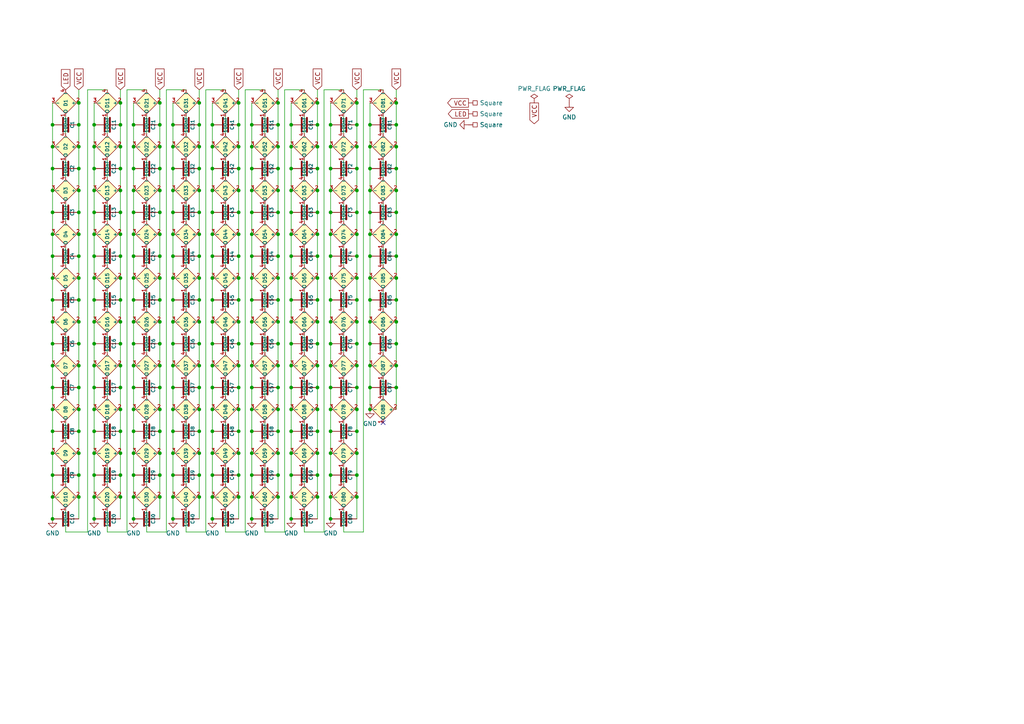
<source format=kicad_sch>
(kicad_sch (version 20241209) (generator "eeschema") (generator_version "9.0")
  (paper "A4")
  (title_block (title "LED ring coaster") (date "${DATE}") (rev "1") (comment 1 "@revk@toot.me.uk") (comment 2 "www.me.uk"))
  (junction (at 103.505 67.945))
  (junction (at 50.165 112.395))
  (junction (at 50.165 55.245))
  (junction (at 84.455 106.045))
  (junction (at 114.935 80.645))
  (junction (at 80.645 48.895))
  (junction (at 80.645 137.795))
  (junction (at 73.025 112.395))
  (junction (at 69.215 86.995))
  (junction (at 57.785 125.095))
  (junction (at 46.355 99.695))
  (junction (at 92.075 67.945))
  (junction (at 84.455 55.245))
  (junction (at 103.505 93.345))
  (junction (at 57.785 80.645))
  (junction (at 22.86 131.445))
  (junction (at 22.86 48.895))
  (junction (at 73.025 74.295))
  (junction (at 69.215 112.395))
  (junction (at 84.455 125.095))
  (junction (at 34.925 61.595))
  (junction (at 27.305 48.895))
  (junction (at 84.455 74.295))
  (junction (at 34.925 93.345))
  (junction (at 61.595 150.495))
  (junction (at 22.86 118.745))
  (junction (at 61.595 36.195))
  (junction (at 22.86 67.945))
  (junction (at 57.785 137.795))
  (junction (at 107.315 48.895))
  (junction (at 80.645 29.845))
  (junction (at 69.215 99.695))
  (junction (at 50.165 80.645))
  (junction (at 103.505 99.695))
  (junction (at 27.305 36.195))
  (junction (at 50.165 106.045))
  (junction (at 92.075 55.245))
  (junction (at 15.24 125.095))
  (junction (at 107.315 80.645))
  (junction (at 80.645 67.945))
  (junction (at 15.24 42.545))
  (junction (at 27.305 93.345))
  (junction (at 61.595 61.595))
  (junction (at 57.785 93.345))
  (junction (at 80.645 131.445))
  (junction (at 61.595 118.745))
  (junction (at 27.305 67.945))
  (junction (at 95.885 80.645))
  (junction (at 114.935 86.995))
  (junction (at 38.735 80.645))
  (junction (at 92.075 42.545))
  (junction (at 22.86 112.395))
  (junction (at 15.24 99.695))
  (junction (at 57.785 144.145))
  (junction (at 34.925 99.695))
  (junction (at 103.505 125.095))
  (junction (at 15.24 137.795))
  (junction (at 92.075 29.845))
  (junction (at 69.215 125.095))
  (junction (at 69.215 93.345))
  (junction (at 57.785 74.295))
  (junction (at 38.735 48.895))
  (junction (at 57.785 67.945))
  (junction (at 61.595 131.445))
  (junction (at 27.305 80.645))
  (junction (at 69.215 29.845))
  (junction (at 107.315 36.195))
  (junction (at 22.86 93.345))
  (junction (at 34.925 36.195))
  (junction (at 22.86 137.795))
  (junction (at 103.505 106.045))
  (junction (at 80.645 42.545))
  (junction (at 95.885 118.745))
  (junction (at 57.785 61.595))
  (junction (at 92.075 131.445))
  (junction (at 46.355 144.145))
  (junction (at 107.315 74.295))
  (junction (at 22.86 80.645))
  (junction (at 92.075 99.695))
  (junction (at 92.075 137.795))
  (junction (at 73.025 48.895))
  (junction (at 103.505 144.145))
  (junction (at 84.455 36.195))
  (junction (at 34.925 55.245))
  (junction (at 80.645 125.095))
  (junction (at 50.165 137.795))
  (junction (at 57.785 55.245))
  (junction (at 57.785 36.195))
  (junction (at 80.645 61.595))
  (junction (at 107.315 99.695))
  (junction (at 114.935 99.695))
  (junction (at 50.165 86.995))
  (junction (at 38.735 137.795))
  (junction (at 34.925 118.745))
  (junction (at 73.025 93.345))
  (junction (at 50.165 125.095))
  (junction (at 38.735 93.345))
  (junction (at 84.455 93.345))
  (junction (at 73.025 67.945))
  (junction (at 69.215 61.595))
  (junction (at 61.595 99.695))
  (junction (at 107.315 118.745))
  (junction (at 46.355 61.595))
  (junction (at 114.935 55.245))
  (junction (at 46.355 125.095))
  (junction (at 46.355 48.895))
  (junction (at 80.645 112.395))
  (junction (at 84.455 118.745))
  (junction (at 114.935 61.595))
  (junction (at 114.935 42.545))
  (junction (at 61.595 67.945))
  (junction (at 103.505 48.895))
  (junction (at 50.165 144.145))
  (junction (at 73.025 80.645))
  (junction (at 92.075 61.595))
  (junction (at 34.925 125.095))
  (junction (at 50.165 93.345))
  (junction (at 73.025 137.795))
  (junction (at 34.925 112.395))
  (junction (at 73.025 55.245))
  (junction (at 15.24 55.245))
  (junction (at 50.165 150.495))
  (junction (at 61.595 55.245))
  (junction (at 80.645 118.745))
  (junction (at 46.355 55.245))
  (junction (at 22.86 86.995))
  (junction (at 15.24 74.295))
  (junction (at 38.735 144.145))
  (junction (at 69.215 106.045))
  (junction (at 73.025 42.545))
  (junction (at 69.215 80.645))
  (junction (at 103.505 112.395))
  (junction (at 107.315 55.245))
  (junction (at 61.595 42.545))
  (junction (at 84.455 42.545))
  (junction (at 69.215 144.145))
  (junction (at 80.645 74.295))
  (junction (at 80.645 99.695))
  (junction (at 57.785 48.895))
  (junction (at 61.595 106.045))
  (junction (at 46.355 106.045))
  (junction (at 38.735 99.695))
  (junction (at 103.505 86.995))
  (junction (at 22.86 74.295))
  (junction (at 73.025 125.095))
  (junction (at 46.355 137.795))
  (junction (at 34.925 137.795))
  (junction (at 27.305 86.995))
  (junction (at 50.165 118.745))
  (junction (at 95.885 106.045))
  (junction (at 84.455 150.495))
  (junction (at 57.785 118.745))
  (junction (at 103.505 131.445))
  (junction (at 15.24 144.145))
  (junction (at 38.735 42.545))
  (junction (at 73.025 86.995))
  (junction (at 50.165 48.895))
  (junction (at 27.305 112.395))
  (junction (at 103.505 137.795))
  (junction (at 61.595 74.295))
  (junction (at 22.86 29.845))
  (junction (at 34.925 67.945))
  (junction (at 114.935 93.345))
  (junction (at 84.455 144.145))
  (junction (at 95.885 36.195))
  (junction (at 95.885 86.995))
  (junction (at 61.595 137.795))
  (junction (at 38.735 106.045))
  (junction (at 69.215 118.745))
  (junction (at 15.24 67.945))
  (junction (at 34.925 42.545))
  (junction (at 73.025 61.595))
  (junction (at 38.735 86.995))
  (junction (at 84.455 48.895))
  (junction (at 95.885 48.895))
  (junction (at 61.595 93.345))
  (junction (at 103.505 29.845))
  (junction (at 92.075 118.745))
  (junction (at 80.645 106.045))
  (junction (at 22.86 42.545))
  (junction (at 114.935 36.195))
  (junction (at 27.305 42.545))
  (junction (at 50.165 36.195))
  (junction (at 95.885 150.495))
  (junction (at 38.735 36.195))
  (junction (at 69.215 48.895))
  (junction (at 50.165 61.595))
  (junction (at 107.315 93.345))
  (junction (at 84.455 99.695))
  (junction (at 92.075 144.145))
  (junction (at 69.215 67.945))
  (junction (at 34.925 106.045))
  (junction (at 103.505 74.295))
  (junction (at 95.885 42.545))
  (junction (at 15.24 61.595))
  (junction (at 92.075 36.195))
  (junction (at 80.645 144.145))
  (junction (at 27.305 118.745))
  (junction (at 27.305 150.495))
  (junction (at 15.24 106.045))
  (junction (at 22.86 106.045))
  (junction (at 103.505 80.645))
  (junction (at 34.925 144.145))
  (junction (at 50.165 42.545))
  (junction (at 69.215 131.445))
  (junction (at 34.925 48.895))
  (junction (at 103.505 61.595))
  (junction (at 27.305 106.045))
  (junction (at 38.735 67.945))
  (junction (at 34.925 131.445))
  (junction (at 27.305 137.795))
  (junction (at 84.455 86.995))
  (junction (at 69.215 55.245))
  (junction (at 50.165 67.945))
  (junction (at 46.355 36.195))
  (junction (at 22.86 125.095))
  (junction (at 80.645 36.195))
  (junction (at 92.075 106.045))
  (junction (at 84.455 137.795))
  (junction (at 95.885 55.245))
  (junction (at 46.355 112.395))
  (junction (at 103.505 42.545))
  (junction (at 107.315 42.545))
  (junction (at 34.925 80.645))
  (junction (at 84.455 67.945))
  (junction (at 95.885 99.695))
  (junction (at 80.645 93.345))
  (junction (at 38.735 74.295))
  (junction (at 15.24 48.895))
  (junction (at 57.785 131.445))
  (junction (at 80.645 86.995))
  (junction (at 22.86 61.595))
  (junction (at 61.595 86.995))
  (junction (at 46.355 86.995))
  (junction (at 46.355 80.645))
  (junction (at 73.025 144.145))
  (junction (at 69.215 74.295))
  (junction (at 80.645 80.645))
  (junction (at 92.075 93.345))
  (junction (at 61.595 48.895))
  (junction (at 92.075 112.395))
  (junction (at 50.165 99.695))
  (junction (at 38.735 118.745))
  (junction (at 46.355 29.845))
  (junction (at 46.355 93.345))
  (junction (at 80.645 55.245))
  (junction (at 15.24 36.195))
  (junction (at 73.025 131.445))
  (junction (at 22.86 144.145))
  (junction (at 95.885 67.945))
  (junction (at 114.935 74.295))
  (junction (at 61.595 144.145))
  (junction (at 15.24 86.995))
  (junction (at 34.925 74.295))
  (junction (at 95.885 93.345))
  (junction (at 61.595 80.645))
  (junction (at 57.785 112.395))
  (junction (at 73.025 106.045))
  (junction (at 114.935 67.945))
  (junction (at 69.215 137.795))
  (junction (at 73.025 150.495))
  (junction (at 46.355 118.745))
  (junction (at 95.885 125.095))
  (junction (at 50.165 131.445))
  (junction (at 15.24 93.345))
  (junction (at 73.025 118.745))
  (junction (at 107.315 106.045))
  (junction (at 46.355 67.945))
  (junction (at 107.315 86.995))
  (junction (at 107.315 67.945))
  (junction (at 95.885 137.795))
  (junction (at 38.735 131.445))
  (junction (at 114.935 29.845))
  (junction (at 61.595 125.095))
  (junction (at 15.24 112.395))
  (junction (at 95.885 131.445))
  (junction (at 34.925 86.995))
  (junction (at 38.735 125.095))
  (junction (at 103.505 36.195))
  (junction (at 57.785 29.845))
  (junction (at 27.305 125.095))
  (junction (at 107.315 112.395))
  (junction (at 15.24 150.495))
  (junction (at 15.24 118.745))
  (junction (at 84.455 131.445))
  (junction (at 34.925 29.845))
  (junction (at 114.935 48.895))
  (junction (at 114.935 112.395))
  (junction (at 107.315 61.595))
  (junction (at 92.075 80.645))
  (junction (at 114.935 106.045))
  (junction (at 15.24 80.645))
  (junction (at 38.735 61.595))
  (junction (at 95.885 61.595))
  (junction (at 50.165 74.295))
  (junction (at 92.075 74.295))
  (junction (at 22.86 55.245))
  (junction (at 103.505 118.745))
  (junction (at 22.86 36.195))
  (junction (at 27.305 61.595))
  (junction (at 103.505 55.245))
  (junction (at 73.025 99.695))
  (junction (at 57.785 42.545))
  (junction (at 69.215 36.195))
  (junction (at 57.785 106.045))
  (junction (at 22.86 99.695))
  (junction (at 46.355 131.445))
  (junction (at 95.885 112.395))
  (junction (at 73.025 36.195))
  (junction (at 38.735 112.395))
  (junction (at 27.305 55.245))
  (junction (at 95.885 74.295))
  (junction (at 27.305 74.295))
  (junction (at 69.215 42.545))
  (junction (at 38.735 150.495))
  (junction (at 92.075 125.095))
  (junction (at 92.075 86.995))
  (junction (at 57.785 99.695))
  (junction (at 57.785 86.995))
  (junction (at 27.305 131.445))
  (junction (at 61.595 112.395))
  (junction (at 84.455 61.595))
  (junction (at 95.885 144.145))
  (junction (at 84.455 80.645))
  (junction (at 27.305 99.695))
  (junction (at 38.735 55.245))
  (junction (at 92.075 48.895))
  (junction (at 27.305 144.145))
  (junction (at 46.355 74.295))
  (junction (at 46.355 42.545))
  (junction (at 15.24 131.445))
  (junction (at 84.455 112.395))
  (no_connect (at 111.125 122.555))
  (wire (pts (xy 73.025 86.995) (xy 73.025 93.345)))
  (wire (pts (xy 27.305 125.095) (xy 27.305 131.445)))
  (wire (pts (xy 46.355 80.645) (xy 46.355 86.995)))
  (wire (pts (xy 69.215 144.145) (xy 69.215 150.495)))
  (wire (pts (xy 69.215 26.035) (xy 69.215 29.845)))
  (wire (pts (xy 61.595 74.295) (xy 61.595 80.645)))
  (wire (pts (xy 69.215 118.745) (xy 69.215 125.095)))
  (wire (pts (xy 103.505 80.645) (xy 103.505 86.995)))
  (wire (pts (xy 61.595 118.745) (xy 61.595 125.095)))
  (wire (pts (xy 107.315 80.645) (xy 107.315 86.995)))
  (wire (pts (xy 61.595 42.545) (xy 61.595 48.895)))
  (wire (pts (xy 46.355 29.845) (xy 46.355 36.195)))
  (wire (pts (xy 31.115 84.455) (xy 31.115 89.535)))
  (wire (pts (xy 27.305 36.195) (xy 27.305 42.545)))
  (wire (pts (xy 27.305 131.445) (xy 27.305 137.795)))
  (wire (pts (xy 73.025 118.745) (xy 73.025 125.095)))
  (wire (pts (xy 65.405 109.855) (xy 65.405 114.935)))
  (wire (pts (xy 15.24 99.695) (xy 15.24 106.045)))
  (wire (pts (xy 61.595 144.145) (xy 61.595 150.495)))
  (wire (pts (xy 103.505 144.145) (xy 103.505 150.495)))
  (wire (pts (xy 19.05 71.755) (xy 19.05 76.835)))
  (wire (pts (xy 38.735 36.195) (xy 38.735 42.545)))
  (wire (pts (xy 42.545 46.355) (xy 42.545 51.435)))
  (wire (pts (xy 107.315 86.995) (xy 107.315 93.345)))
  (wire (pts (xy 84.455 144.145) (xy 84.455 150.495)))
  (wire (pts (xy 103.505 118.745) (xy 103.505 125.095)))
  (wire (pts (xy 25.4 26.035) (xy 25.4 154.305)))
  (wire (pts (xy 114.935 36.195) (xy 114.935 42.545)))
  (wire (pts (xy 114.935 112.395) (xy 114.935 118.745)))
  (wire (pts (xy 73.025 112.395) (xy 73.025 118.745)))
  (wire (pts (xy 114.935 26.035) (xy 114.935 29.845)))
  (wire (pts (xy 92.075 93.345) (xy 92.075 99.695)))
  (wire (pts (xy 53.975 26.035) (xy 48.26 26.035)))
  (wire (pts (xy 36.83 154.305) (xy 31.115 154.305)))
  (wire (pts (xy 65.405 59.055) (xy 65.405 64.135)))
  (wire (pts (xy 15.24 93.345) (xy 15.24 99.695)))
  (wire (pts (xy 111.125 84.455) (xy 111.125 89.535)))
  (wire (pts (xy 19.05 109.855) (xy 19.05 114.935)))
  (wire (pts (xy 50.165 112.395) (xy 50.165 118.745)))
  (wire (pts (xy 76.835 97.155) (xy 76.835 102.235)))
  (wire (pts (xy 95.885 112.395) (xy 95.885 118.745)))
  (wire (pts (xy 34.925 106.045) (xy 34.925 112.395)))
  (wire (pts (xy 95.885 93.345) (xy 95.885 99.695)))
  (wire (pts (xy 42.545 97.155) (xy 42.545 102.235)))
  (wire (pts (xy 92.075 99.695) (xy 92.075 106.045)))
  (wire (pts (xy 22.86 125.095) (xy 22.86 131.445)))
  (wire (pts (xy 15.24 55.245) (xy 15.24 61.595)))
  (wire (pts (xy 92.075 48.895) (xy 92.075 55.245)))
  (wire (pts (xy 95.885 118.745) (xy 95.885 125.095)))
  (wire (pts (xy 34.925 29.845) (xy 34.925 36.195)))
  (wire (pts (xy 22.86 99.695) (xy 22.86 106.045)))
  (wire (pts (xy 50.165 55.245) (xy 50.165 61.595)))
  (wire (pts (xy 65.405 46.355) (xy 65.405 51.435)))
  (wire (pts (xy 69.215 67.945) (xy 69.215 74.295)))
  (wire (pts (xy 38.735 29.845) (xy 38.735 36.195)))
  (wire (pts (xy 31.115 59.055) (xy 31.115 64.135)))
  (wire (pts (xy 53.975 46.355) (xy 53.975 51.435)))
  (wire (pts (xy 92.075 125.095) (xy 92.075 131.445)))
  (wire (pts (xy 46.355 86.995) (xy 46.355 93.345)))
  (wire (pts (xy 50.165 137.795) (xy 50.165 144.145)))
  (wire (pts (xy 92.075 74.295) (xy 92.075 80.645)))
  (wire (pts (xy 38.735 144.145) (xy 38.735 150.495)))
  (wire (pts (xy 53.975 147.955) (xy 53.975 154.305)))
  (wire (pts (xy 57.785 74.295) (xy 57.785 80.645)))
  (wire (pts (xy 22.86 137.795) (xy 22.86 144.145)))
  (wire (pts (xy 22.86 67.945) (xy 22.86 74.295)))
  (wire (pts (xy 19.05 46.355) (xy 19.05 51.435)))
  (wire (pts (xy 107.315 42.545) (xy 107.315 48.895)))
  (wire (pts (xy 50.165 42.545) (xy 50.165 48.895)))
  (wire (pts (xy 88.265 109.855) (xy 88.265 114.935)))
  (wire (pts (xy 114.935 61.595) (xy 114.935 67.945)))
  (wire (pts (xy 95.885 36.195) (xy 95.885 42.545)))
  (wire (pts (xy 80.645 144.145) (xy 80.645 150.495)))
  (wire (pts (xy 38.735 67.945) (xy 38.735 74.295)))
  (wire (pts (xy 53.975 71.755) (xy 53.975 76.835)))
  (wire (pts (xy 57.785 80.645) (xy 57.785 86.995)))
  (wire (pts (xy 31.115 33.655) (xy 31.115 38.735)))
  (wire (pts (xy 42.545 84.455) (xy 42.545 89.535)))
  (wire (pts (xy 76.835 122.555) (xy 76.835 127.635)))
  (wire (pts (xy 92.075 29.845) (xy 92.075 36.195)))
  (wire (pts (xy 103.505 55.245) (xy 103.505 61.595)))
  (wire (pts (xy 103.505 67.945) (xy 103.505 74.295)))
  (wire (pts (xy 61.595 48.895) (xy 61.595 55.245)))
  (wire (pts (xy 114.935 99.695) (xy 114.935 106.045)))
  (wire (pts (xy 57.785 131.445) (xy 57.785 137.795)))
  (wire (pts (xy 99.695 147.955) (xy 99.695 154.305)))
  (wire (pts (xy 46.355 93.345) (xy 46.355 99.695)))
  (wire (pts (xy 92.075 61.595) (xy 92.075 67.945)))
  (wire (pts (xy 34.925 86.995) (xy 34.925 93.345)))
  (wire (pts (xy 80.645 74.295) (xy 80.645 80.645)))
  (wire (pts (xy 93.98 154.305) (xy 88.265 154.305)))
  (wire (pts (xy 95.885 80.645) (xy 95.885 86.995)))
  (wire (pts (xy 92.075 36.195) (xy 92.075 42.545)))
  (wire (pts (xy 31.115 97.155) (xy 31.115 102.235)))
  (wire (pts (xy 65.405 147.955) (xy 65.405 154.305)))
  (wire (pts (xy 57.785 99.695) (xy 57.785 106.045)))
  (wire (pts (xy 65.405 135.255) (xy 65.405 140.335)))
  (wire (pts (xy 57.785 93.345) (xy 57.785 99.695)))
  (wire (pts (xy 88.265 84.455) (xy 88.265 89.535)))
  (wire (pts (xy 46.355 74.295) (xy 46.355 80.645)))
  (wire (pts (xy 103.505 29.845) (xy 103.505 36.195)))
  (wire (pts (xy 103.505 112.395) (xy 103.505 118.745)))
  (wire (pts (xy 50.165 61.595) (xy 50.165 67.945)))
  (wire (pts (xy 50.165 74.295) (xy 50.165 80.645)))
  (wire (pts (xy 107.315 55.245) (xy 107.315 61.595)))
  (wire (pts (xy 46.355 67.945) (xy 46.355 74.295)))
  (wire (pts (xy 80.645 26.035) (xy 80.645 29.845)))
  (wire (pts (xy 76.835 135.255) (xy 76.835 140.335)))
  (wire (pts (xy 22.86 29.845) (xy 22.86 36.195)))
  (wire (pts (xy 50.165 144.145) (xy 50.165 150.495)))
  (wire (pts (xy 82.55 26.035) (xy 82.55 154.305)))
  (wire (pts (xy 95.885 55.245) (xy 95.885 61.595)))
  (wire (pts (xy 92.075 137.795) (xy 92.075 144.145)))
  (wire (pts (xy 38.735 74.295) (xy 38.735 80.645)))
  (wire (pts (xy 22.86 131.445) (xy 22.86 137.795)))
  (wire (pts (xy 80.645 48.895) (xy 80.645 55.245)))
  (wire (pts (xy 34.925 131.445) (xy 34.925 137.795)))
  (wire (pts (xy 22.86 93.345) (xy 22.86 99.695)))
  (wire (pts (xy 57.785 36.195) (xy 57.785 42.545)))
  (wire (pts (xy 15.24 74.295) (xy 15.24 80.645)))
  (wire (pts (xy 71.12 26.035) (xy 71.12 154.305)))
  (wire (pts (xy 22.86 42.545) (xy 22.86 48.895)))
  (wire (pts (xy 76.835 26.035) (xy 71.12 26.035)))
  (wire (pts (xy 34.925 137.795) (xy 34.925 144.145)))
  (wire (pts (xy 50.165 99.695) (xy 50.165 106.045)))
  (wire (pts (xy 34.925 118.745) (xy 34.925 125.095)))
  (wire (pts (xy 61.595 93.345) (xy 61.595 99.695)))
  (wire (pts (xy 57.785 29.845) (xy 57.785 36.195)))
  (wire (pts (xy 34.925 42.545) (xy 34.925 48.895)))
  (wire (pts (xy 111.125 33.655) (xy 111.125 38.735)))
  (wire (pts (xy 53.975 135.255) (xy 53.975 140.335)))
  (wire (pts (xy 31.115 122.555) (xy 31.115 127.635)))
  (wire (pts (xy 50.165 125.095) (xy 50.165 131.445)))
  (wire (pts (xy 42.545 33.655) (xy 42.545 38.735)))
  (wire (pts (xy 46.355 99.695) (xy 46.355 106.045)))
  (wire (pts (xy 27.305 144.145) (xy 27.305 150.495)))
  (wire (pts (xy 80.645 93.345) (xy 80.645 99.695)))
  (wire (pts (xy 38.735 80.645) (xy 38.735 86.995)))
  (wire (pts (xy 95.885 67.945) (xy 95.885 74.295)))
  (wire (pts (xy 31.115 71.755) (xy 31.115 76.835)))
  (wire (pts (xy 46.355 131.445) (xy 46.355 137.795)))
  (wire (pts (xy 73.025 106.045) (xy 73.025 112.395)))
  (wire (pts (xy 80.645 36.195) (xy 80.645 42.545)))
  (wire (pts (xy 84.455 48.895) (xy 84.455 55.245)))
  (wire (pts (xy 34.925 48.895) (xy 34.925 55.245)))
  (wire (pts (xy 73.025 144.145) (xy 73.025 150.495)))
  (wire (pts (xy 22.86 118.745) (xy 22.86 125.095)))
  (wire (pts (xy 15.24 125.095) (xy 15.24 131.445)))
  (wire (pts (xy 93.98 26.035) (xy 93.98 154.305)))
  (wire (pts (xy 25.4 154.305) (xy 19.05 154.305)))
  (wire (pts (xy 84.455 55.245) (xy 84.455 61.595)))
  (wire (pts (xy 65.405 26.035) (xy 59.69 26.035)))
  (wire (pts (xy 88.265 135.255) (xy 88.265 140.335)))
  (wire (pts (xy 95.885 99.695) (xy 95.885 106.045)))
  (wire (pts (xy 99.695 135.255) (xy 99.695 140.335)))
  (wire (pts (xy 57.785 48.895) (xy 57.785 55.245)))
  (wire (pts (xy 38.735 42.545) (xy 38.735 48.895)))
  (wire (pts (xy 69.215 125.095) (xy 69.215 131.445)))
  (wire (pts (xy 61.595 125.095) (xy 61.595 131.445)))
  (wire (pts (xy 15.24 131.445) (xy 15.24 137.795)))
  (wire (pts (xy 57.785 55.245) (xy 57.785 61.595)))
  (wire (pts (xy 34.925 112.395) (xy 34.925 118.745)))
  (wire (pts (xy 69.215 137.795) (xy 69.215 144.145)))
  (wire (pts (xy 76.835 71.755) (xy 76.835 76.835)))
  (wire (pts (xy 76.835 59.055) (xy 76.835 64.135)))
  (wire (pts (xy 107.315 112.395) (xy 107.315 118.745)))
  (wire (pts (xy 38.735 125.095) (xy 38.735 131.445)))
  (wire (pts (xy 73.025 61.595) (xy 73.025 67.945)))
  (wire (pts (xy 105.41 26.035) (xy 105.41 154.305)))
  (wire (pts (xy 57.785 112.395) (xy 57.785 118.745)))
  (wire (pts (xy 69.215 80.645) (xy 69.215 86.995)))
  (wire (pts (xy 73.025 55.245) (xy 73.025 61.595)))
  (wire (pts (xy 61.595 99.695) (xy 61.595 106.045)))
  (wire (pts (xy 38.735 55.245) (xy 38.735 61.595)))
  (wire (pts (xy 34.925 67.945) (xy 34.925 74.295)))
  (wire (pts (xy 15.24 67.945) (xy 15.24 74.295)))
  (wire (pts (xy 22.86 48.895) (xy 22.86 55.245)))
  (wire (pts (xy 95.885 106.045) (xy 95.885 112.395)))
  (wire (pts (xy 114.935 55.245) (xy 114.935 61.595)))
  (wire (pts (xy 42.545 26.035) (xy 36.83 26.035)))
  (wire (pts (xy 92.075 106.045) (xy 92.075 112.395)))
  (wire (pts (xy 61.595 61.595) (xy 61.595 67.945)))
  (wire (pts (xy 99.695 122.555) (xy 99.695 127.635)))
  (wire (pts (xy 76.835 33.655) (xy 76.835 38.735)))
  (wire (pts (xy 111.125 109.855) (xy 111.125 114.935)))
  (wire (pts (xy 38.735 131.445) (xy 38.735 137.795)))
  (wire (pts (xy 19.05 97.155) (xy 19.05 102.235)))
  (wire (pts (xy 111.125 71.755) (xy 111.125 76.835)))
  (wire (pts (xy 107.315 106.045) (xy 107.315 112.395)))
  (wire (pts (xy 27.305 29.845) (xy 27.305 36.195)))
  (wire (pts (xy 88.265 33.655) (xy 88.265 38.735)))
  (wire (pts (xy 38.735 86.995) (xy 38.735 93.345)))
  (wire (pts (xy 92.075 112.395) (xy 92.075 118.745)))
  (wire (pts (xy 84.455 125.095) (xy 84.455 131.445)))
  (wire (pts (xy 65.405 84.455) (xy 65.405 89.535)))
  (wire (pts (xy 38.735 61.595) (xy 38.735 67.945)))
  (wire (pts (xy 27.305 86.995) (xy 27.305 93.345)))
  (wire (pts (xy 103.505 74.295) (xy 103.505 80.645)))
  (wire (pts (xy 80.645 112.395) (xy 80.645 118.745)))
  (wire (pts (xy 22.86 106.045) (xy 22.86 112.395)))
  (wire (pts (xy 99.695 46.355) (xy 99.695 51.435)))
  (wire (pts (xy 107.315 29.845) (xy 107.315 36.195)))
  (wire (pts (xy 82.55 154.305) (xy 76.835 154.305)))
  (wire (pts (xy 95.885 74.295) (xy 95.885 80.645)))
  (wire (pts (xy 15.24 42.545) (xy 15.24 48.895)))
  (wire (pts (xy 27.305 42.545) (xy 27.305 48.895)))
  (wire (pts (xy 84.455 118.745) (xy 84.455 125.095)))
  (wire (pts (xy 59.69 154.305) (xy 53.975 154.305)))
  (wire (pts (xy 61.595 137.795) (xy 61.595 144.145)))
  (wire (pts (xy 80.645 61.595) (xy 80.645 67.945)))
  (wire (pts (xy 88.265 97.155) (xy 88.265 102.235)))
  (wire (pts (xy 27.305 112.395) (xy 27.305 118.745)))
  (wire (pts (xy 114.935 93.345) (xy 114.935 99.695)))
  (wire (pts (xy 88.265 122.555) (xy 88.265 127.635)))
  (wire (pts (xy 103.505 26.035) (xy 103.505 29.845)))
  (wire (pts (xy 84.455 29.845) (xy 84.455 36.195)))
  (wire (pts (xy 46.355 61.595) (xy 46.355 67.945)))
  (wire (pts (xy 19.05 59.055) (xy 19.05 64.135)))
  (wire (pts (xy 103.505 48.895) (xy 103.505 55.245)))
  (wire (pts (xy 69.215 42.545) (xy 69.215 48.895)))
  (wire (pts (xy 50.165 106.045) (xy 50.165 112.395)))
  (wire (pts (xy 34.925 74.295) (xy 34.925 80.645)))
  (wire (pts (xy 61.595 106.045) (xy 61.595 112.395)))
  (wire (pts (xy 46.355 144.145) (xy 46.355 150.495)))
  (wire (pts (xy 92.075 42.545) (xy 92.075 48.895)))
  (wire (pts (xy 80.645 99.695) (xy 80.645 106.045)))
  (wire (pts (xy 73.025 48.895) (xy 73.025 55.245)))
  (wire (pts (xy 34.925 55.245) (xy 34.925 61.595)))
  (wire (pts (xy 92.075 80.645) (xy 92.075 86.995)))
  (wire (pts (xy 38.735 93.345) (xy 38.735 99.695)))
  (wire (pts (xy 114.935 67.945) (xy 114.935 74.295)))
  (wire (pts (xy 38.735 137.795) (xy 38.735 144.145)))
  (wire (pts (xy 69.215 112.395) (xy 69.215 118.745)))
  (wire (pts (xy 76.835 84.455) (xy 76.835 89.535)))
  (wire (pts (xy 95.885 29.845) (xy 95.885 36.195)))
  (wire (pts (xy 38.735 106.045) (xy 38.735 112.395)))
  (wire (pts (xy 34.925 99.695) (xy 34.925 106.045)))
  (wire (pts (xy 31.115 135.255) (xy 31.115 140.335)))
  (wire (pts (xy 22.86 26.035) (xy 22.86 29.845)))
  (wire (pts (xy 50.165 29.845) (xy 50.165 36.195)))
  (wire (pts (xy 27.305 74.295) (xy 27.305 80.645)))
  (wire (pts (xy 46.355 118.745) (xy 46.355 125.095)))
  (wire (pts (xy 84.455 42.545) (xy 84.455 48.895)))
  (wire (pts (xy 50.165 131.445) (xy 50.165 137.795)))
  (wire (pts (xy 84.455 80.645) (xy 84.455 86.995)))
  (wire (pts (xy 103.505 61.595) (xy 103.505 67.945)))
  (wire (pts (xy 73.025 131.445) (xy 73.025 137.795)))
  (wire (pts (xy 80.645 86.995) (xy 80.645 93.345)))
  (wire (pts (xy 27.305 106.045) (xy 27.305 112.395)))
  (wire (pts (xy 95.885 48.895) (xy 95.885 55.245)))
  (wire (pts (xy 61.595 131.445) (xy 61.595 137.795)))
  (wire (pts (xy 69.215 29.845) (xy 69.215 36.195)))
  (wire (pts (xy 103.505 99.695) (xy 103.505 106.045)))
  (wire (pts (xy 53.975 33.655) (xy 53.975 38.735)))
  (wire (pts (xy 84.455 131.445) (xy 84.455 137.795)))
  (wire (pts (xy 15.24 137.795) (xy 15.24 144.145)))
  (wire (pts (xy 53.975 122.555) (xy 53.975 127.635)))
  (wire (pts (xy 114.935 48.895) (xy 114.935 55.245)))
  (wire (pts (xy 73.025 42.545) (xy 73.025 48.895)))
  (wire (pts (xy 34.925 36.195) (xy 34.925 42.545)))
  (wire (pts (xy 42.545 109.855) (xy 42.545 114.935)))
  (wire (pts (xy 99.695 71.755) (xy 99.695 76.835)))
  (wire (pts (xy 84.455 36.195) (xy 84.455 42.545)))
  (wire (pts (xy 27.305 61.595) (xy 27.305 67.945)))
  (wire (pts (xy 15.24 61.595) (xy 15.24 67.945)))
  (wire (pts (xy 19.05 122.555) (xy 19.05 127.635)))
  (wire (pts (xy 22.86 74.295) (xy 22.86 80.645)))
  (wire (pts (xy 84.455 86.995) (xy 84.455 93.345)))
  (wire (pts (xy 80.645 42.545) (xy 80.645 48.895)))
  (wire (pts (xy 22.86 36.195) (xy 22.86 42.545)))
  (wire (pts (xy 65.405 97.155) (xy 65.405 102.235)))
  (wire (pts (xy 73.025 99.695) (xy 73.025 106.045)))
  (wire (pts (xy 80.645 137.795) (xy 80.645 144.145)))
  (wire (pts (xy 80.645 80.645) (xy 80.645 86.995)))
  (wire (pts (xy 73.025 80.645) (xy 73.025 86.995)))
  (wire (pts (xy 34.925 26.035) (xy 34.925 29.845)))
  (wire (pts (xy 22.86 80.645) (xy 22.86 86.995)))
  (wire (pts (xy 80.645 131.445) (xy 80.645 137.795)))
  (wire (pts (xy 114.935 29.845) (xy 114.935 36.195)))
  (wire (pts (xy 88.265 71.755) (xy 88.265 76.835)))
  (wire (pts (xy 84.455 93.345) (xy 84.455 99.695)))
  (wire (pts (xy 111.125 59.055) (xy 111.125 64.135)))
  (wire (pts (xy 103.505 42.545) (xy 103.505 48.895)))
  (wire (pts (xy 84.455 106.045) (xy 84.455 112.395)))
  (wire (pts (xy 99.695 109.855) (xy 99.695 114.935)))
  (wire (pts (xy 50.165 48.895) (xy 50.165 55.245)))
  (wire (pts (xy 73.025 74.295) (xy 73.025 80.645)))
  (wire (pts (xy 69.215 61.595) (xy 69.215 67.945)))
  (wire (pts (xy 69.215 36.195) (xy 69.215 42.545)))
  (wire (pts (xy 22.86 144.145) (xy 22.86 150.495)))
  (wire (pts (xy 27.305 55.245) (xy 27.305 61.595)))
  (wire (pts (xy 38.735 118.745) (xy 38.735 125.095)))
  (wire (pts (xy 46.355 112.395) (xy 46.355 118.745)))
  (wire (pts (xy 34.925 80.645) (xy 34.925 86.995)))
  (wire (pts (xy 69.215 48.895) (xy 69.215 55.245)))
  (wire (pts (xy 95.885 86.995) (xy 95.885 93.345)))
  (wire (pts (xy 76.835 147.955) (xy 76.835 154.305)))
  (wire (pts (xy 46.355 36.195) (xy 46.355 42.545)))
  (wire (pts (xy 57.785 67.945) (xy 57.785 74.295)))
  (wire (pts (xy 111.125 97.155) (xy 111.125 102.235)))
  (wire (pts (xy 114.935 80.645) (xy 114.935 86.995)))
  (wire (pts (xy 27.305 137.795) (xy 27.305 144.145)))
  (wire (pts (xy 46.355 42.545) (xy 46.355 48.895)))
  (wire (pts (xy 99.695 84.455) (xy 99.695 89.535)))
  (wire (pts (xy 31.115 109.855) (xy 31.115 114.935)))
  (wire (pts (xy 80.645 29.845) (xy 80.645 36.195)))
  (wire (pts (xy 19.05 84.455) (xy 19.05 89.535)))
  (wire (pts (xy 61.595 67.945) (xy 61.595 74.295)))
  (wire (pts (xy 80.645 125.095) (xy 80.645 131.445)))
  (wire (pts (xy 95.885 42.545) (xy 95.885 48.895)))
  (wire (pts (xy 53.975 59.055) (xy 53.975 64.135)))
  (wire (pts (xy 107.315 99.695) (xy 107.315 106.045)))
  (wire (pts (xy 71.12 154.305) (xy 65.405 154.305)))
  (wire (pts (xy 114.935 42.545) (xy 114.935 48.895)))
  (wire (pts (xy 65.405 122.555) (xy 65.405 127.635)))
  (wire (pts (xy 27.305 48.895) (xy 27.305 55.245)))
  (wire (pts (xy 42.545 122.555) (xy 42.545 127.635)))
  (wire (pts (xy 46.355 137.795) (xy 46.355 144.145)))
  (wire (pts (xy 65.405 71.755) (xy 65.405 76.835)))
  (wire (pts (xy 57.785 125.095) (xy 57.785 131.445)))
  (wire (pts (xy 61.595 36.195) (xy 61.595 42.545)))
  (wire (pts (xy 42.545 135.255) (xy 42.545 140.335)))
  (wire (pts (xy 19.05 135.255) (xy 19.05 140.335)))
  (wire (pts (xy 69.215 86.995) (xy 69.215 93.345)))
  (wire (pts (xy 57.785 144.145) (xy 57.785 150.495)))
  (wire (pts (xy 50.165 118.745) (xy 50.165 125.095)))
  (wire (pts (xy 34.925 125.095) (xy 34.925 131.445)))
  (wire (pts (xy 95.885 144.145) (xy 95.885 150.495)))
  (wire (pts (xy 84.455 137.795) (xy 84.455 144.145)))
  (wire (pts (xy 46.355 26.035) (xy 46.355 29.845)))
  (wire (pts (xy 99.695 33.655) (xy 99.695 38.735)))
  (wire (pts (xy 61.595 86.995) (xy 61.595 93.345)))
  (wire (pts (xy 61.595 29.845) (xy 61.595 36.195)))
  (wire (pts (xy 22.86 86.995) (xy 22.86 93.345)))
  (wire (pts (xy 92.075 26.035) (xy 92.075 29.845)))
  (wire (pts (xy 114.935 106.045) (xy 114.935 112.395)))
  (wire (pts (xy 38.735 48.895) (xy 38.735 55.245)))
  (wire (pts (xy 84.455 61.595) (xy 84.455 67.945)))
  (wire (pts (xy 99.695 26.035) (xy 93.98 26.035)))
  (wire (pts (xy 69.215 93.345) (xy 69.215 99.695)))
  (wire (pts (xy 107.315 48.895) (xy 107.315 55.245)))
  (wire (pts (xy 69.215 106.045) (xy 69.215 112.395)))
  (wire (pts (xy 31.115 46.355) (xy 31.115 51.435)))
  (wire (pts (xy 103.505 93.345) (xy 103.505 99.695)))
  (wire (pts (xy 84.455 74.295) (xy 84.455 80.645)))
  (wire (pts (xy 107.315 61.595) (xy 107.315 67.945)))
  (wire (pts (xy 103.505 125.095) (xy 103.505 131.445)))
  (wire (pts (xy 114.935 86.995) (xy 114.935 93.345)))
  (wire (pts (xy 15.24 29.845) (xy 15.24 36.195)))
  (wire (pts (xy 46.355 106.045) (xy 46.355 112.395)))
  (wire (pts (xy 76.835 109.855) (xy 76.835 114.935)))
  (wire (pts (xy 111.125 46.355) (xy 111.125 51.435)))
  (wire (pts (xy 84.455 99.695) (xy 84.455 106.045)))
  (wire (pts (xy 15.24 48.895) (xy 15.24 55.245)))
  (wire (pts (xy 88.265 46.355) (xy 88.265 51.435)))
  (wire (pts (xy 95.885 137.795) (xy 95.885 144.145)))
  (wire (pts (xy 114.935 74.295) (xy 114.935 80.645)))
  (wire (pts (xy 88.265 59.055) (xy 88.265 64.135)))
  (wire (pts (xy 80.645 118.745) (xy 80.645 125.095)))
  (wire (pts (xy 73.025 67.945) (xy 73.025 74.295)))
  (wire (pts (xy 61.595 112.395) (xy 61.595 118.745)))
  (wire (pts (xy 95.885 125.095) (xy 95.885 131.445)))
  (wire (pts (xy 57.785 86.995) (xy 57.785 93.345)))
  (wire (pts (xy 15.24 36.195) (xy 15.24 42.545)))
  (wire (pts (xy 76.835 46.355) (xy 76.835 51.435)))
  (wire (pts (xy 59.69 26.035) (xy 59.69 154.305)))
  (wire (pts (xy 27.305 99.695) (xy 27.305 106.045)))
  (wire (pts (xy 50.165 67.945) (xy 50.165 74.295)))
  (wire (pts (xy 61.595 55.245) (xy 61.595 61.595)))
  (wire (pts (xy 53.975 84.455) (xy 53.975 89.535)))
  (wire (pts (xy 92.075 55.245) (xy 92.075 61.595)))
  (wire (pts (xy 92.075 67.945) (xy 92.075 74.295)))
  (wire (pts (xy 34.925 93.345) (xy 34.925 99.695)))
  (wire (pts (xy 65.405 33.655) (xy 65.405 38.735)))
  (wire (pts (xy 42.545 147.955) (xy 42.545 154.305)))
  (wire (pts (xy 88.265 147.955) (xy 88.265 154.305)))
  (wire (pts (xy 15.24 118.745) (xy 15.24 125.095)))
  (wire (pts (xy 15.24 106.045) (xy 15.24 112.395)))
  (wire (pts (xy 57.785 137.795) (xy 57.785 144.145)))
  (wire (pts (xy 73.025 137.795) (xy 73.025 144.145)))
  (wire (pts (xy 69.215 131.445) (xy 69.215 137.795)))
  (wire (pts (xy 73.025 125.095) (xy 73.025 131.445)))
  (wire (pts (xy 57.785 106.045) (xy 57.785 112.395)))
  (wire (pts (xy 31.115 154.305) (xy 31.115 147.955)))
  (wire (pts (xy 73.025 36.195) (xy 73.025 42.545)))
  (wire (pts (xy 46.355 125.095) (xy 46.355 131.445)))
  (wire (pts (xy 92.075 144.145) (xy 92.075 150.495)))
  (wire (pts (xy 36.83 26.035) (xy 36.83 154.305)))
  (wire (pts (xy 48.26 26.035) (xy 48.26 154.305)))
  (wire (pts (xy 105.41 154.305) (xy 99.695 154.305)))
  (wire (pts (xy 73.025 29.845) (xy 73.025 36.195)))
  (wire (pts (xy 73.025 93.345) (xy 73.025 99.695)))
  (wire (pts (xy 88.265 26.035) (xy 82.55 26.035)))
  (wire (pts (xy 15.24 144.145) (xy 15.24 150.495)))
  (wire (pts (xy 61.595 80.645) (xy 61.595 86.995)))
  (wire (pts (xy 84.455 112.395) (xy 84.455 118.745)))
  (wire (pts (xy 15.24 86.995) (xy 15.24 93.345)))
  (wire (pts (xy 15.24 80.645) (xy 15.24 86.995)))
  (wire (pts (xy 27.305 93.345) (xy 27.305 99.695)))
  (wire (pts (xy 53.975 97.155) (xy 53.975 102.235)))
  (wire (pts (xy 99.695 97.155) (xy 99.695 102.235)))
  (wire (pts (xy 107.315 36.195) (xy 107.315 42.545)))
  (wire (pts (xy 46.355 55.245) (xy 46.355 61.595)))
  (wire (pts (xy 57.785 26.035) (xy 57.785 29.845)))
  (wire (pts (xy 92.075 86.995) (xy 92.075 93.345)))
  (wire (pts (xy 22.86 112.395) (xy 22.86 118.745)))
  (wire (pts (xy 34.925 144.145) (xy 34.925 150.495)))
  (wire (pts (xy 80.645 55.245) (xy 80.645 61.595)))
  (wire (pts (xy 15.24 112.395) (xy 15.24 118.745)))
  (wire (pts (xy 27.305 80.645) (xy 27.305 86.995)))
  (wire (pts (xy 57.785 42.545) (xy 57.785 48.895)))
  (wire (pts (xy 50.165 80.645) (xy 50.165 86.995)))
  (wire (pts (xy 103.505 106.045) (xy 103.505 112.395)))
  (wire (pts (xy 92.075 131.445) (xy 92.075 137.795)))
  (wire (pts (xy 103.505 36.195) (xy 103.505 42.545)))
  (wire (pts (xy 19.05 154.305) (xy 19.05 147.955)))
  (wire (pts (xy 69.215 55.245) (xy 69.215 61.595)))
  (wire (pts (xy 103.505 131.445) (xy 103.505 137.795)))
  (wire (pts (xy 57.785 118.745) (xy 57.785 125.095)))
  (wire (pts (xy 27.305 118.745) (xy 27.305 125.095)))
  (wire (pts (xy 95.885 131.445) (xy 95.885 137.795)))
  (wire (pts (xy 50.165 93.345) (xy 50.165 99.695)))
  (wire (pts (xy 92.075 118.745) (xy 92.075 125.095)))
  (wire (pts (xy 38.735 99.695) (xy 38.735 106.045)))
  (wire (pts (xy 107.315 93.345) (xy 107.315 99.695)))
  (wire (pts (xy 25.4 26.035) (xy 31.115 26.035)))
  (wire (pts (xy 22.86 55.245) (xy 22.86 61.595)))
  (wire (pts (xy 80.645 67.945) (xy 80.645 74.295)))
  (wire (pts (xy 111.125 26.035) (xy 105.41 26.035)))
  (wire (pts (xy 38.735 112.395) (xy 38.735 118.745)))
  (wire (pts (xy 107.315 67.945) (xy 107.315 74.295)))
  (wire (pts (xy 48.26 154.305) (xy 42.545 154.305)))
  (wire (pts (xy 103.505 137.795) (xy 103.505 144.145)))
  (wire (pts (xy 69.215 99.695) (xy 69.215 106.045)))
  (wire (pts (xy 19.05 33.655) (xy 19.05 38.735)))
  (wire (pts (xy 103.505 86.995) (xy 103.505 93.345)))
  (wire (pts (xy 34.925 61.595) (xy 34.925 67.945)))
  (wire (pts (xy 99.695 59.055) (xy 99.695 64.135)))
  (wire (pts (xy 42.545 59.055) (xy 42.545 64.135)))
  (wire (pts (xy 84.455 67.945) (xy 84.455 74.295)))
  (wire (pts (xy 69.215 74.295) (xy 69.215 80.645)))
  (wire (pts (xy 27.305 67.945) (xy 27.305 74.295)))
  (wire (pts (xy 107.315 74.295) (xy 107.315 80.645)))
  (wire (pts (xy 53.975 109.855) (xy 53.975 114.935)))
  (wire (pts (xy 22.86 61.595) (xy 22.86 67.945)))
  (wire (pts (xy 57.785 61.595) (xy 57.785 67.945)))
  (wire (pts (xy 42.545 71.755) (xy 42.545 76.835)))
  (wire (pts (xy 50.165 86.995) (xy 50.165 93.345)))
  (wire (pts (xy 46.355 48.895) (xy 46.355 55.245)))
  (wire (pts (xy 80.645 106.045) (xy 80.645 112.395)))
  (wire (pts (xy 95.885 61.595) (xy 95.885 67.945)))
  (wire (pts (xy 50.165 36.195) (xy 50.165 42.545)))
  (global_label "VCC" (shape input) (at 46.355 26.035 90) (property "Intersheetrefs" "${INTERSHEET_REFS}" (effects (hide yes))))
  (global_label "LED" (shape input) (at 19.05 26.035 90) (property "Intersheetrefs" "${INTERSHEET_REFS}" (effects (hide yes))))
  (global_label "VCC" (shape input) (at 103.505 26.035 90) (property "Intersheetrefs" "${INTERSHEET_REFS}" (effects (hide yes))))
  (global_label "VCC" (shape input) (at 22.86 26.035 90) (property "Intersheetrefs" "${INTERSHEET_REFS}" (effects (hide yes))))
  (global_label "VCC" (shape input) (at 34.925 26.035 90) (property "Intersheetrefs" "${INTERSHEET_REFS}" (effects (hide yes))))
  (global_label "LED" (shape output) (at 135.89 33.02 180) (property "Intersheetrefs" "${INTERSHEET_REFS}" (effects (hide yes))))
  (global_label "VCC" (shape input) (at 92.075 26.035 90) (property "Intersheetrefs" "${INTERSHEET_REFS}" (effects (hide yes))))
  (global_label "VCC" (shape output) (at 135.89 29.845 180) (property "Intersheetrefs" "${INTERSHEET_REFS}" (effects (hide yes))))
  (global_label "VCC" (shape input) (at 57.785 26.035 90) (property "Intersheetrefs" "${INTERSHEET_REFS}" (effects (hide yes))))
  (global_label "VCC" (shape input) (at 80.645 26.035 90) (property "Intersheetrefs" "${INTERSHEET_REFS}" (effects (hide yes))))
  (global_label "VCC" (shape input) (at 114.935 26.035 90) (property "Intersheetrefs" "${INTERSHEET_REFS}" (effects (hide yes))))
  (global_label "VCC" (shape output) (at 154.94 29.845 270) (property "Intersheetrefs" "${INTERSHEET_REFS}" (effects (hide yes))))
  (global_label "VCC" (shape input) (at 69.215 26.035 90) (property "Intersheetrefs" "${INTERSHEET_REFS}" (effects (hide yes))))
  (symbol (lib_id "RevK:WS2812B-1mm") (at 76.835 42.545 90) (mirror x) (unit 1)
    (property "Reference" "D52" (at 76.835 42.545 0) (effects (font (size 1 1))))
    (property "Value" "XL-1010RGBC-WS2812B" (effects (hide yes)))
    (property "Footprint" "RevK:SMD1010" (effects (hide yes)))
    (property "Datasheet" "https://datasheet.lcsc.com/lcsc/2301111010_XINGLIGHT-XL-1010RGBC-WS2812B_C5349953.pdf" (effects (hide yes)))
    (property "Description" "RGB LED with integrated controller" (effects (hide yes)))
    (property "LCSC Part #" "C5349953" (effects (hide yes)))
  )
  (symbol (lib_id "RevK:WS2812B-1mm") (at 99.695 93.345 90) (mirror x) (unit 1)
    (property "Reference" "D76" (at 99.695 93.345 0) (effects (font (size 1 1))))
    (property "Value" "XL-1010RGBC-WS2812B" (effects (hide yes)))
    (property "Footprint" "RevK:SMD1010" (effects (hide yes)))
    (property "Datasheet" "https://datasheet.lcsc.com/lcsc/2301111010_XINGLIGHT-XL-1010RGBC-WS2812B_C5349953.pdf" (effects (hide yes)))
    (property "Description" "RGB LED with integrated controller" (effects (hide yes)))
    (property "LCSC Part #" "C5349953" (effects (hide yes)))
  )
  (symbol (lib_id "RevK:WS2812B-1mm") (at 88.265 118.745 90) (mirror x) (unit 1)
    (property "Reference" "D68" (at 88.265 118.745 0) (effects (font (size 1 1))))
    (property "Value" "XL-1010RGBC-WS2812B" (effects (hide yes)))
    (property "Footprint" "RevK:SMD1010" (effects (hide yes)))
    (property "Datasheet" "https://datasheet.lcsc.com/lcsc/2301111010_XINGLIGHT-XL-1010RGBC-WS2812B_C5349953.pdf" (effects (hide yes)))
    (property "Description" "RGB LED with integrated controller" (effects (hide yes)))
    (property "LCSC Part #" "C5349953" (effects (hide yes)))
  )
  (symbol (lib_id "RevK:WS2812B-1mm") (at 88.265 55.245 90) (mirror x) (unit 1)
    (property "Reference" "D63" (at 88.265 55.245 0) (effects (font (size 1 1))))
    (property "Value" "XL-1010RGBC-WS2812B" (effects (hide yes)))
    (property "Footprint" "RevK:SMD1010" (effects (hide yes)))
    (property "Datasheet" "https://datasheet.lcsc.com/lcsc/2301111010_XINGLIGHT-XL-1010RGBC-WS2812B_C5349953.pdf" (effects (hide yes)))
    (property "Description" "RGB LED with integrated controller" (effects (hide yes)))
    (property "LCSC Part #" "C5349953" (effects (hide yes)))
  )
  (symbol (lib_id "Device:C") (at 65.405 86.995 270) (mirror x) (unit 1)
    (property "Reference" "C45" (at 67.31 86.995 0) (effects (font (size 1 1))))
    (property "Value" "100nF" (at 65.405 86.995 0) (effects (font (size 1 1))))
    (property "Footprint" "RevK:C_0402" (effects (hide yes)))
    (property "Description" "Unpolarized capacitor" (effects (hide yes)))
  )
  (symbol (lib_id "RevK:WS2812B-1mm") (at 42.545 106.045 90) (mirror x) (unit 1)
    (property "Reference" "D27" (at 42.545 106.045 0) (effects (font (size 1 1))))
    (property "Value" "XL-1010RGBC-WS2812B" (effects (hide yes)))
    (property "Footprint" "RevK:SMD1010" (effects (hide yes)))
    (property "Datasheet" "https://datasheet.lcsc.com/lcsc/2301111010_XINGLIGHT-XL-1010RGBC-WS2812B_C5349953.pdf" (effects (hide yes)))
    (property "Description" "RGB LED with integrated controller" (effects (hide yes)))
    (property "LCSC Part #" "C5349953" (effects (hide yes)))
  )
  (symbol (lib_id "Device:C") (at 42.545 61.595 270) (mirror x) (unit 1)
    (property "Reference" "C23" (at 44.45 61.595 0) (effects (font (size 1 1))))
    (property "Value" "100nF" (at 42.545 61.595 0) (effects (font (size 1 1))))
    (property "Footprint" "RevK:C_0402" (effects (hide yes)))
    (property "Description" "Unpolarized capacitor" (effects (hide yes)))
  )
  (symbol (lib_id "Device:C") (at 42.545 48.895 270) (mirror x) (unit 1)
    (property "Reference" "C22" (at 44.45 48.895 0) (effects (font (size 1 1))))
    (property "Value" "100nF" (at 42.545 48.895 0) (effects (font (size 1 1))))
    (property "Footprint" "RevK:C_0402" (effects (hide yes)))
    (property "Description" "Unpolarized capacitor" (effects (hide yes)))
  )
  (symbol (lib_id "RevK:WS2812B-1mm") (at 19.05 118.745 90) (mirror x) (unit 1)
    (property "Reference" "D8" (at 19.05 118.745 0) (effects (font (size 1 1))))
    (property "Value" "XL-1010RGBC-WS2812B" (effects (hide yes)))
    (property "Footprint" "RevK:SMD1010" (effects (hide yes)))
    (property "Datasheet" "https://datasheet.lcsc.com/lcsc/2301111010_XINGLIGHT-XL-1010RGBC-WS2812B_C5349953.pdf" (effects (hide yes)))
    (property "Description" "RGB LED with integrated controller" (effects (hide yes)))
    (property "LCSC Part #" "C5349953" (effects (hide yes)))
  )
  (symbol (lib_id "power:GND") (at 84.455 150.495 0) (unit 1)
    (property "Reference" "#PWR07" (effects (hide yes)))
    (property "Value" "GND" (at 84.455 154.6281 0))
    (property "Description" "Power symbol creates a global label with name \"GND\" , ground" (effects (hide yes)))
  )
  (symbol (lib_id "RevK:WS2812B-1mm") (at 31.115 80.645 90) (mirror x) (unit 1)
    (property "Reference" "D15" (at 31.115 80.645 0) (effects (font (size 1 1))))
    (property "Value" "XL-1010RGBC-WS2812B" (effects (hide yes)))
    (property "Footprint" "RevK:SMD1010" (effects (hide yes)))
    (property "Datasheet" "https://datasheet.lcsc.com/lcsc/2301111010_XINGLIGHT-XL-1010RGBC-WS2812B_C5349953.pdf" (effects (hide yes)))
    (property "Description" "RGB LED with integrated controller" (effects (hide yes)))
    (property "LCSC Part #" "C5349953" (effects (hide yes)))
  )
  (symbol (lib_id "Device:C") (at 76.835 125.095 270) (mirror x) (unit 1)
    (property "Reference" "C58" (at 78.74 125.095 0) (effects (font (size 1 1))))
    (property "Value" "100nF" (at 76.835 125.095 0) (effects (font (size 1 1))))
    (property "Footprint" "RevK:C_0402" (effects (hide yes)))
    (property "Description" "Unpolarized capacitor" (effects (hide yes)))
  )
  (symbol (lib_id "Device:C") (at 88.265 36.195 270) (mirror x) (unit 1)
    (property "Reference" "C61" (at 90.17 36.195 0) (effects (font (size 1 1))))
    (property "Value" "100nF" (at 88.265 36.195 0) (effects (font (size 1 1))))
    (property "Footprint" "RevK:C_0402" (effects (hide yes)))
    (property "Description" "Unpolarized capacitor" (effects (hide yes)))
  )
  (symbol (lib_id "RevK:WS2812B-1mm") (at 76.835 144.145 90) (mirror x) (unit 1)
    (property "Reference" "D60" (at 76.835 144.145 0) (effects (font (size 1 1))))
    (property "Value" "XL-1010RGBC-WS2812B" (effects (hide yes)))
    (property "Footprint" "RevK:SMD1010" (effects (hide yes)))
    (property "Datasheet" "https://datasheet.lcsc.com/lcsc/2301111010_XINGLIGHT-XL-1010RGBC-WS2812B_C5349953.pdf" (effects (hide yes)))
    (property "Description" "RGB LED with integrated controller" (effects (hide yes)))
    (property "LCSC Part #" "C5349953" (effects (hide yes)))
  )
  (symbol (lib_id "RevK:WS2812B-1mm") (at 65.405 106.045 90) (mirror x) (unit 1)
    (property "Reference" "D47" (at 65.405 106.045 0) (effects (font (size 1 1))))
    (property "Value" "XL-1010RGBC-WS2812B" (effects (hide yes)))
    (property "Footprint" "RevK:SMD1010" (effects (hide yes)))
    (property "Datasheet" "https://datasheet.lcsc.com/lcsc/2301111010_XINGLIGHT-XL-1010RGBC-WS2812B_C5349953.pdf" (effects (hide yes)))
    (property "Description" "RGB LED with integrated controller" (effects (hide yes)))
    (property "LCSC Part #" "C5349953" (effects (hide yes)))
  )
  (symbol (lib_id "Device:C") (at 19.05 61.595 270) (mirror x) (unit 1)
    (property "Reference" "C3" (at 20.955 61.595 0) (effects (font (size 1 1))))
    (property "Value" "100nF" (at 19.05 61.595 0) (effects (font (size 1 1))))
    (property "Footprint" "RevK:C_0402" (effects (hide yes)))
    (property "Description" "Unpolarized capacitor" (effects (hide yes)))
  )
  (symbol (lib_id "Device:C") (at 88.265 61.595 270) (mirror x) (unit 1)
    (property "Reference" "C63" (at 90.17 61.595 0) (effects (font (size 1 1))))
    (property "Value" "100nF" (at 88.265 61.595 0) (effects (font (size 1 1))))
    (property "Footprint" "RevK:C_0402" (effects (hide yes)))
    (property "Description" "Unpolarized capacitor" (effects (hide yes)))
  )
  (symbol (lib_id "RevK:WS2812B-1mm") (at 31.115 55.245 90) (mirror x) (unit 1)
    (property "Reference" "D13" (at 31.115 55.245 0) (effects (font (size 1 1))))
    (property "Value" "XL-1010RGBC-WS2812B" (effects (hide yes)))
    (property "Footprint" "RevK:SMD1010" (effects (hide yes)))
    (property "Datasheet" "https://datasheet.lcsc.com/lcsc/2301111010_XINGLIGHT-XL-1010RGBC-WS2812B_C5349953.pdf" (effects (hide yes)))
    (property "Description" "RGB LED with integrated controller" (effects (hide yes)))
    (property "LCSC Part #" "C5349953" (effects (hide yes)))
  )
  (symbol (lib_id "RevK:WS2812B-1mm") (at 31.115 42.545 90) (mirror x) (unit 1)
    (property "Reference" "D12" (at 31.115 42.545 0) (effects (font (size 1 1))))
    (property "Value" "XL-1010RGBC-WS2812B" (effects (hide yes)))
    (property "Footprint" "RevK:SMD1010" (effects (hide yes)))
    (property "Datasheet" "https://datasheet.lcsc.com/lcsc/2301111010_XINGLIGHT-XL-1010RGBC-WS2812B_C5349953.pdf" (effects (hide yes)))
    (property "Description" "RGB LED with integrated controller" (effects (hide yes)))
    (property "LCSC Part #" "C5349953" (effects (hide yes)))
  )
  (symbol (lib_id "Device:C") (at 42.545 125.095 270) (mirror x) (unit 1)
    (property "Reference" "C28" (at 44.45 125.095 0) (effects (font (size 1 1))))
    (property "Value" "100nF" (at 42.545 125.095 0) (effects (font (size 1 1))))
    (property "Footprint" "RevK:C_0402" (effects (hide yes)))
    (property "Description" "Unpolarized capacitor" (effects (hide yes)))
  )
  (symbol (lib_id "Device:C") (at 19.05 112.395 270) (mirror x) (unit 1)
    (property "Reference" "C7" (at 20.955 112.395 0) (effects (font (size 1 1))))
    (property "Value" "100nF" (at 19.05 112.395 0) (effects (font (size 1 1))))
    (property "Footprint" "RevK:C_0402" (effects (hide yes)))
    (property "Description" "Unpolarized capacitor" (effects (hide yes)))
  )
  (symbol (lib_id "power:GND") (at 15.24 150.495 0) (unit 1)
    (property "Reference" "#PWR01" (effects (hide yes)))
    (property "Value" "GND" (at 15.24 154.6281 0))
    (property "Description" "Power symbol creates a global label with name \"GND\" , ground" (effects (hide yes)))
  )
  (symbol (lib_id "RevK:WS2812B-1mm") (at 99.695 118.745 90) (mirror x) (unit 1)
    (property "Reference" "D78" (at 99.695 118.745 0) (effects (font (size 1 1))))
    (property "Value" "XL-1010RGBC-WS2812B" (effects (hide yes)))
    (property "Footprint" "RevK:SMD1010" (effects (hide yes)))
    (property "Datasheet" "https://datasheet.lcsc.com/lcsc/2301111010_XINGLIGHT-XL-1010RGBC-WS2812B_C5349953.pdf" (effects (hide yes)))
    (property "Description" "RGB LED with integrated controller" (effects (hide yes)))
    (property "LCSC Part #" "C5349953" (effects (hide yes)))
  )
  (symbol (lib_id "Device:C") (at 65.405 99.695 270) (mirror x) (unit 1)
    (property "Reference" "C46" (at 67.31 99.695 0) (effects (font (size 1 1))))
    (property "Value" "100nF" (at 65.405 99.695 0) (effects (font (size 1 1))))
    (property "Footprint" "RevK:C_0402" (effects (hide yes)))
    (property "Description" "Unpolarized capacitor" (effects (hide yes)))
  )
  (symbol (lib_id "RevK:WS2812B-1mm") (at 53.975 42.545 90) (mirror x) (unit 1)
    (property "Reference" "D32" (at 53.975 42.545 0) (effects (font (size 1 1))))
    (property "Value" "XL-1010RGBC-WS2812B" (effects (hide yes)))
    (property "Footprint" "RevK:SMD1010" (effects (hide yes)))
    (property "Datasheet" "https://datasheet.lcsc.com/lcsc/2301111010_XINGLIGHT-XL-1010RGBC-WS2812B_C5349953.pdf" (effects (hide yes)))
    (property "Description" "RGB LED with integrated controller" (effects (hide yes)))
    (property "LCSC Part #" "C5349953" (effects (hide yes)))
  )
  (symbol (lib_id "RevK:WS2812B-1mm") (at 65.405 144.145 90) (mirror x) (unit 1)
    (property "Reference" "D50" (at 65.405 144.145 0) (effects (font (size 1 1))))
    (property "Value" "XL-1010RGBC-WS2812B" (effects (hide yes)))
    (property "Footprint" "RevK:SMD1010" (effects (hide yes)))
    (property "Datasheet" "https://datasheet.lcsc.com/lcsc/2301111010_XINGLIGHT-XL-1010RGBC-WS2812B_C5349953.pdf" (effects (hide yes)))
    (property "Description" "RGB LED with integrated controller" (effects (hide yes)))
    (property "LCSC Part #" "C5349953" (effects (hide yes)))
  )
  (symbol (lib_id "Device:C") (at 42.545 99.695 270) (mirror x) (unit 1)
    (property "Reference" "C26" (at 44.45 99.695 0) (effects (font (size 1 1))))
    (property "Value" "100nF" (at 42.545 99.695 0) (effects (font (size 1 1))))
    (property "Footprint" "RevK:C_0402" (effects (hide yes)))
    (property "Description" "Unpolarized capacitor" (effects (hide yes)))
  )
  (symbol (lib_id "RevK:WS2812B-1mm") (at 111.125 93.345 90) (mirror x) (unit 1)
    (property "Reference" "D86" (at 111.125 93.345 0) (effects (font (size 1 1))))
    (property "Value" "XL-1010RGBC-WS2812B" (effects (hide yes)))
    (property "Footprint" "RevK:SMD1010" (effects (hide yes)))
    (property "Datasheet" "https://datasheet.lcsc.com/lcsc/2301111010_XINGLIGHT-XL-1010RGBC-WS2812B_C5349953.pdf" (effects (hide yes)))
    (property "Description" "RGB LED with integrated controller" (effects (hide yes)))
    (property "LCSC Part #" "C5349953" (effects (hide yes)))
  )
  (symbol (lib_id "Device:C") (at 53.975 36.195 270) (mirror x) (unit 1)
    (property "Reference" "C31" (at 55.88 36.195 0) (effects (font (size 1 1))))
    (property "Value" "100nF" (at 53.975 36.195 0) (effects (font (size 1 1))))
    (property "Footprint" "RevK:C_0402" (effects (hide yes)))
    (property "Description" "Unpolarized capacitor" (effects (hide yes)))
  )
  (symbol (lib_id "RevK:WS2812B-1mm") (at 31.115 106.045 90) (mirror x) (unit 1)
    (property "Reference" "D17" (at 31.115 106.045 0) (effects (font (size 1 1))))
    (property "Value" "XL-1010RGBC-WS2812B" (effects (hide yes)))
    (property "Footprint" "RevK:SMD1010" (effects (hide yes)))
    (property "Datasheet" "https://datasheet.lcsc.com/lcsc/2301111010_XINGLIGHT-XL-1010RGBC-WS2812B_C5349953.pdf" (effects (hide yes)))
    (property "Description" "RGB LED with integrated controller" (effects (hide yes)))
    (property "LCSC Part #" "C5349953" (effects (hide yes)))
  )
  (symbol (lib_id "Device:C") (at 76.835 61.595 270) (mirror x) (unit 1)
    (property "Reference" "C53" (at 78.74 61.595 0) (effects (font (size 1 1))))
    (property "Value" "100nF" (at 76.835 61.595 0) (effects (font (size 1 1))))
    (property "Footprint" "RevK:C_0402" (effects (hide yes)))
    (property "Description" "Unpolarized capacitor" (effects (hide yes)))
  )
  (symbol (lib_id "RevK:WS2812B-1mm") (at 76.835 29.845 90) (mirror x) (unit 1)
    (property "Reference" "D51" (at 76.835 29.845 0) (effects (font (size 1 1))))
    (property "Value" "XL-1010RGBC-WS2812B" (effects (hide yes)))
    (property "Footprint" "RevK:SMD1010" (effects (hide yes)))
    (property "Datasheet" "https://datasheet.lcsc.com/lcsc/2301111010_XINGLIGHT-XL-1010RGBC-WS2812B_C5349953.pdf" (effects (hide yes)))
    (property "Description" "RGB LED with integrated controller" (effects (hide yes)))
    (property "LCSC Part #" "C5349953" (effects (hide yes)))
  )
  (symbol (lib_id "RevK:WS2812B-1mm") (at 99.695 131.445 90) (mirror x) (unit 1)
    (property "Reference" "D79" (at 99.695 131.445 0) (effects (font (size 1 1))))
    (property "Value" "XL-1010RGBC-WS2812B" (effects (hide yes)))
    (property "Footprint" "RevK:SMD1010" (effects (hide yes)))
    (property "Datasheet" "https://datasheet.lcsc.com/lcsc/2301111010_XINGLIGHT-XL-1010RGBC-WS2812B_C5349953.pdf" (effects (hide yes)))
    (property "Description" "RGB LED with integrated controller" (effects (hide yes)))
    (property "LCSC Part #" "C5349953" (effects (hide yes)))
  )
  (symbol (lib_id "Device:C") (at 99.695 125.095 270) (mirror x) (unit 1)
    (property "Reference" "C78" (at 101.6 125.095 0) (effects (font (size 1 1))))
    (property "Value" "100nF" (at 99.695 125.095 0) (effects (font (size 1 1))))
    (property "Footprint" "RevK:C_0402" (effects (hide yes)))
    (property "Description" "Unpolarized capacitor" (effects (hide yes)))
  )
  (symbol (lib_id "RevK:WS2812B-1mm") (at 99.695 29.845 90) (mirror x) (unit 1)
    (property "Reference" "D71" (at 99.695 29.845 0) (effects (font (size 1 1))))
    (property "Value" "XL-1010RGBC-WS2812B" (effects (hide yes)))
    (property "Footprint" "RevK:SMD1010" (effects (hide yes)))
    (property "Datasheet" "https://datasheet.lcsc.com/lcsc/2301111010_XINGLIGHT-XL-1010RGBC-WS2812B_C5349953.pdf" (effects (hide yes)))
    (property "Description" "RGB LED with integrated controller" (effects (hide yes)))
    (property "LCSC Part #" "C5349953" (effects (hide yes)))
  )
  (symbol (lib_id "Device:C") (at 99.695 137.795 270) (mirror x) (unit 1)
    (property "Reference" "C79" (at 101.6 137.795 0) (effects (font (size 1 1))))
    (property "Value" "100nF" (at 99.695 137.795 0) (effects (font (size 1 1))))
    (property "Footprint" "RevK:C_0402" (effects (hide yes)))
    (property "Description" "Unpolarized capacitor" (effects (hide yes)))
  )
  (symbol (lib_id "Device:C") (at 99.695 99.695 270) (mirror x) (unit 1)
    (property "Reference" "C76" (at 101.6 99.695 0) (effects (font (size 1 1))))
    (property "Value" "100nF" (at 99.695 99.695 0) (effects (font (size 1 1))))
    (property "Footprint" "RevK:C_0402" (effects (hide yes)))
    (property "Description" "Unpolarized capacitor" (effects (hide yes)))
  )
  (symbol (lib_id "RevK:WS2812B-1mm") (at 53.975 80.645 90) (mirror x) (unit 1)
    (property "Reference" "D35" (at 53.975 80.645 0) (effects (font (size 1 1))))
    (property "Value" "XL-1010RGBC-WS2812B" (effects (hide yes)))
    (property "Footprint" "RevK:SMD1010" (effects (hide yes)))
    (property "Datasheet" "https://datasheet.lcsc.com/lcsc/2301111010_XINGLIGHT-XL-1010RGBC-WS2812B_C5349953.pdf" (effects (hide yes)))
    (property "Description" "RGB LED with integrated controller" (effects (hide yes)))
    (property "LCSC Part #" "C5349953" (effects (hide yes)))
  )
  (symbol (lib_id "Device:C") (at 88.265 137.795 270) (mirror x) (unit 1)
    (property "Reference" "C69" (at 90.17 137.795 0) (effects (font (size 1 1))))
    (property "Value" "100nF" (at 88.265 137.795 0) (effects (font (size 1 1))))
    (property "Footprint" "RevK:C_0402" (effects (hide yes)))
    (property "Description" "Unpolarized capacitor" (effects (hide yes)))
  )
  (symbol (lib_id "RevK:WS2812B-1mm") (at 31.115 29.845 90) (mirror x) (unit 1)
    (property "Reference" "D11" (at 31.115 29.845 0) (effects (font (size 1 1))))
    (property "Value" "XL-1010RGBC-WS2812B" (effects (hide yes)))
    (property "Footprint" "RevK:SMD1010" (effects (hide yes)))
    (property "Datasheet" "https://datasheet.lcsc.com/lcsc/2301111010_XINGLIGHT-XL-1010RGBC-WS2812B_C5349953.pdf" (effects (hide yes)))
    (property "Description" "RGB LED with integrated controller" (effects (hide yes)))
    (property "LCSC Part #" "C5349953" (effects (hide yes)))
  )
  (symbol (lib_id "Device:C") (at 19.05 137.795 270) (mirror x) (unit 1)
    (property "Reference" "C9" (at 20.955 137.795 0) (effects (font (size 1 1))))
    (property "Value" "100nF" (at 19.05 137.795 0) (effects (font (size 1 1))))
    (property "Footprint" "RevK:C_0402" (effects (hide yes)))
    (property "Description" "Unpolarized capacitor" (effects (hide yes)))
  )
  (symbol (lib_id "RevK:WS2812B-1mm") (at 65.405 42.545 90) (mirror x) (unit 1)
    (property "Reference" "D42" (at 65.405 42.545 0) (effects (font (size 1 1))))
    (property "Value" "XL-1010RGBC-WS2812B" (effects (hide yes)))
    (property "Footprint" "RevK:SMD1010" (effects (hide yes)))
    (property "Datasheet" "https://datasheet.lcsc.com/lcsc/2301111010_XINGLIGHT-XL-1010RGBC-WS2812B_C5349953.pdf" (effects (hide yes)))
    (property "Description" "RGB LED with integrated controller" (effects (hide yes)))
    (property "LCSC Part #" "C5349953" (effects (hide yes)))
  )
  (symbol (lib_id "Device:C") (at 65.405 137.795 270) (mirror x) (unit 1)
    (property "Reference" "C49" (at 67.31 137.795 0) (effects (font (size 1 1))))
    (property "Value" "100nF" (at 65.405 137.795 0) (effects (font (size 1 1))))
    (property "Footprint" "RevK:C_0402" (effects (hide yes)))
    (property "Description" "Unpolarized capacitor" (effects (hide yes)))
  )
  (symbol (lib_id "Device:C") (at 31.115 125.095 270) (mirror x) (unit 1)
    (property "Reference" "C18" (at 33.02 125.095 0) (effects (font (size 1 1))))
    (property "Value" "100nF" (at 31.115 125.095 0) (effects (font (size 1 1))))
    (property "Footprint" "RevK:C_0402" (effects (hide yes)))
    (property "Description" "Unpolarized capacitor" (effects (hide yes)))
  )
  (symbol (lib_id "Device:C") (at 76.835 48.895 270) (mirror x) (unit 1)
    (property "Reference" "C52" (at 78.74 48.895 0) (effects (font (size 1 1))))
    (property "Value" "100nF" (at 76.835 48.895 0) (effects (font (size 1 1))))
    (property "Footprint" "RevK:C_0402" (effects (hide yes)))
    (property "Description" "Unpolarized capacitor" (effects (hide yes)))
  )
  (symbol (lib_id "RevK:WS2812B-1mm") (at 19.05 29.845 90) (mirror x) (unit 1)
    (property "Reference" "D1" (at 19.05 29.845 0) (effects (font (size 1 1))))
    (property "Value" "XL-1010RGBC-WS2812B" (effects (hide yes)))
    (property "Footprint" "RevK:SMD1010" (effects (hide yes)))
    (property "Datasheet" "https://datasheet.lcsc.com/lcsc/2301111010_XINGLIGHT-XL-1010RGBC-WS2812B_C5349953.pdf" (effects (hide yes)))
    (property "Description" "RGB LED with integrated controller" (effects (hide yes)))
    (property "LCSC Part #" "C5349953" (effects (hide yes)))
  )
  (symbol (lib_id "power:GND") (at 165.1 29.845 0) (unit 1)
    (property "Reference" "#PWR011" (effects (hide yes)))
    (property "Value" "GND" (at 165.1 33.9781 0))
    (property "Description" "Power symbol creates a global label with name \"GND\" , ground" (effects (hide yes)))
  )
  (symbol (lib_id "RevK:WS2812B-1mm") (at 65.405 67.945 90) (mirror x) (unit 1)
    (property "Reference" "D44" (at 65.405 67.945 0) (effects (font (size 1 1))))
    (property "Value" "XL-1010RGBC-WS2812B" (effects (hide yes)))
    (property "Footprint" "RevK:SMD1010" (effects (hide yes)))
    (property "Datasheet" "https://datasheet.lcsc.com/lcsc/2301111010_XINGLIGHT-XL-1010RGBC-WS2812B_C5349953.pdf" (effects (hide yes)))
    (property "Description" "RGB LED with integrated controller" (effects (hide yes)))
    (property "LCSC Part #" "C5349953" (effects (hide yes)))
  )
  (symbol (lib_id "Device:C") (at 65.405 74.295 270) (mirror x) (unit 1)
    (property "Reference" "C44" (at 67.31 74.295 0) (effects (font (size 1 1))))
    (property "Value" "100nF" (at 65.405 74.295 0) (effects (font (size 1 1))))
    (property "Footprint" "RevK:C_0402" (effects (hide yes)))
    (property "Description" "Unpolarized capacitor" (effects (hide yes)))
  )
  (symbol (lib_id "RevK:WS2812B-1mm") (at 111.125 67.945 90) (mirror x) (unit 1)
    (property "Reference" "D84" (at 111.125 67.945 0) (effects (font (size 1 1))))
    (property "Value" "XL-1010RGBC-WS2812B" (effects (hide yes)))
    (property "Footprint" "RevK:SMD1010" (effects (hide yes)))
    (property "Datasheet" "https://datasheet.lcsc.com/lcsc/2301111010_XINGLIGHT-XL-1010RGBC-WS2812B_C5349953.pdf" (effects (hide yes)))
    (property "Description" "RGB LED with integrated controller" (effects (hide yes)))
    (property "LCSC Part #" "C5349953" (effects (hide yes)))
  )
  (symbol (lib_id "power:GND") (at 135.89 36.195 270) (unit 1)
    (property "Reference" "#PWR010" (effects (hide yes)))
    (property "Value" "GND" (at 132.7151 36.195 90) (effects (justify right)))
    (property "Description" "Power symbol creates a global label with name \"GND\" , ground" (effects (hide yes)))
  )
  (symbol (lib_id "Device:C") (at 53.975 86.995 270) (mirror x) (unit 1)
    (property "Reference" "C35" (at 55.88 86.995 0) (effects (font (size 1 1))))
    (property "Value" "100nF" (at 53.975 86.995 0) (effects (font (size 1 1))))
    (property "Footprint" "RevK:C_0402" (effects (hide yes)))
    (property "Description" "Unpolarized capacitor" (effects (hide yes)))
  )
  (symbol (lib_id "Device:C") (at 19.05 125.095 270) (mirror x) (unit 1)
    (property "Reference" "C8" (at 20.955 125.095 0) (effects (font (size 1 1))))
    (property "Value" "100nF" (at 19.05 125.095 0) (effects (font (size 1 1))))
    (property "Footprint" "RevK:C_0402" (effects (hide yes)))
    (property "Description" "Unpolarized capacitor" (effects (hide yes)))
  )
  (symbol (lib_id "power:GND") (at 61.595 150.495 0) (unit 1)
    (property "Reference" "#PWR05" (effects (hide yes)))
    (property "Value" "GND" (at 61.595 154.6281 0))
    (property "Description" "Power symbol creates a global label with name \"GND\" , ground" (effects (hide yes)))
  )
  (symbol (lib_id "RevK:WS2812B-1mm") (at 53.975 131.445 90) (mirror x) (unit 1)
    (property "Reference" "D39" (at 53.975 131.445 0) (effects (font (size 1 1))))
    (property "Value" "XL-1010RGBC-WS2812B" (effects (hide yes)))
    (property "Footprint" "RevK:SMD1010" (effects (hide yes)))
    (property "Datasheet" "https://datasheet.lcsc.com/lcsc/2301111010_XINGLIGHT-XL-1010RGBC-WS2812B_C5349953.pdf" (effects (hide yes)))
    (property "Description" "RGB LED with integrated controller" (effects (hide yes)))
    (property "LCSC Part #" "C5349953" (effects (hide yes)))
  )
  (symbol (lib_id "RevK:WS2812B-1mm") (at 31.115 118.745 90) (mirror x) (unit 1)
    (property "Reference" "D18" (at 31.115 118.745 0) (effects (font (size 1 1))))
    (property "Value" "XL-1010RGBC-WS2812B" (effects (hide yes)))
    (property "Footprint" "RevK:SMD1010" (effects (hide yes)))
    (property "Datasheet" "https://datasheet.lcsc.com/lcsc/2301111010_XINGLIGHT-XL-1010RGBC-WS2812B_C5349953.pdf" (effects (hide yes)))
    (property "Description" "RGB LED with integrated controller" (effects (hide yes)))
    (property "LCSC Part #" "C5349953" (effects (hide yes)))
  )
  (symbol (lib_id "Device:C") (at 65.405 125.095 270) (mirror x) (unit 1)
    (property "Reference" "C48" (at 67.31 125.095 0) (effects (font (size 1 1))))
    (property "Value" "100nF" (at 65.405 125.095 0) (effects (font (size 1 1))))
    (property "Footprint" "RevK:C_0402" (effects (hide yes)))
    (property "Description" "Unpolarized capacitor" (effects (hide yes)))
  )
  (symbol (lib_id "RevK:WS2812B-1mm") (at 99.695 144.145 90) (mirror x) (unit 1)
    (property "Reference" "D80" (at 99.695 144.145 0) (effects (font (size 1 1))))
    (property "Value" "XL-1010RGBC-WS2812B" (effects (hide yes)))
    (property "Footprint" "RevK:SMD1010" (effects (hide yes)))
    (property "Datasheet" "https://datasheet.lcsc.com/lcsc/2301111010_XINGLIGHT-XL-1010RGBC-WS2812B_C5349953.pdf" (effects (hide yes)))
    (property "Description" "RGB LED with integrated controller" (effects (hide yes)))
    (property "LCSC Part #" "C5349953" (effects (hide yes)))
  )
  (symbol (lib_id "Device:C") (at 42.545 112.395 270) (mirror x) (unit 1)
    (property "Reference" "C27" (at 44.45 112.395 0) (effects (font (size 1 1))))
    (property "Value" "100nF" (at 42.545 112.395 0) (effects (font (size 1 1))))
    (property "Footprint" "RevK:C_0402" (effects (hide yes)))
    (property "Description" "Unpolarized capacitor" (effects (hide yes)))
  )
  (symbol (lib_id "RevK:WS2812B-1mm") (at 31.115 93.345 90) (mirror x) (unit 1)
    (property "Reference" "D16" (at 31.115 93.345 0) (effects (font (size 1 1))))
    (property "Value" "XL-1010RGBC-WS2812B" (effects (hide yes)))
    (property "Footprint" "RevK:SMD1010" (effects (hide yes)))
    (property "Datasheet" "https://datasheet.lcsc.com/lcsc/2301111010_XINGLIGHT-XL-1010RGBC-WS2812B_C5349953.pdf" (effects (hide yes)))
    (property "Description" "RGB LED with integrated controller" (effects (hide yes)))
    (property "LCSC Part #" "C5349953" (effects (hide yes)))
  )
  (symbol (lib_id "RevK:WS2812B-1mm") (at 42.545 42.545 90) (mirror x) (unit 1)
    (property "Reference" "D22" (at 42.545 42.545 0) (effects (font (size 1 1))))
    (property "Value" "XL-1010RGBC-WS2812B" (effects (hide yes)))
    (property "Footprint" "RevK:SMD1010" (effects (hide yes)))
    (property "Datasheet" "https://datasheet.lcsc.com/lcsc/2301111010_XINGLIGHT-XL-1010RGBC-WS2812B_C5349953.pdf" (effects (hide yes)))
    (property "Description" "RGB LED with integrated controller" (effects (hide yes)))
    (property "LCSC Part #" "C5349953" (effects (hide yes)))
  )
  (symbol (lib_id "Device:C") (at 19.05 48.895 270) (mirror x) (unit 1)
    (property "Reference" "C2" (at 20.955 48.895 0) (effects (font (size 1 1))))
    (property "Value" "100nF" (at 19.05 48.895 0) (effects (font (size 1 1))))
    (property "Footprint" "RevK:C_0402" (effects (hide yes)))
    (property "Description" "Unpolarized capacitor" (effects (hide yes)))
  )
  (symbol (lib_id "RevK:WS2812B-1mm") (at 76.835 55.245 90) (mirror x) (unit 1)
    (property "Reference" "D53" (at 76.835 55.245 0) (effects (font (size 1 1))))
    (property "Value" "XL-1010RGBC-WS2812B" (effects (hide yes)))
    (property "Footprint" "RevK:SMD1010" (effects (hide yes)))
    (property "Datasheet" "https://datasheet.lcsc.com/lcsc/2301111010_XINGLIGHT-XL-1010RGBC-WS2812B_C5349953.pdf" (effects (hide yes)))
    (property "Description" "RGB LED with integrated controller" (effects (hide yes)))
    (property "LCSC Part #" "C5349953" (effects (hide yes)))
  )
  (symbol (lib_id "RevK:WS2812B-1mm") (at 53.975 29.845 90) (mirror x) (unit 1)
    (property "Reference" "D31" (at 53.975 29.845 0) (effects (font (size 1 1))))
    (property "Value" "XL-1010RGBC-WS2812B" (effects (hide yes)))
    (property "Footprint" "RevK:SMD1010" (effects (hide yes)))
    (property "Datasheet" "https://datasheet.lcsc.com/lcsc/2301111010_XINGLIGHT-XL-1010RGBC-WS2812B_C5349953.pdf" (effects (hide yes)))
    (property "Description" "RGB LED with integrated controller" (effects (hide yes)))
    (property "LCSC Part #" "C5349953" (effects (hide yes)))
  )
  (symbol (lib_id "Device:C") (at 65.405 36.195 270) (mirror x) (unit 1)
    (property "Reference" "C41" (at 67.31 36.195 0) (effects (font (size 1 1))))
    (property "Value" "100nF" (at 65.405 36.195 0) (effects (font (size 1 1))))
    (property "Footprint" "RevK:C_0402" (effects (hide yes)))
    (property "Description" "Unpolarized capacitor" (effects (hide yes)))
  )
  (symbol (lib_id "RevK:WS2812B-1mm") (at 53.975 106.045 90) (mirror x) (unit 1)
    (property "Reference" "D37" (at 53.975 106.045 0) (effects (font (size 1 1))))
    (property "Value" "XL-1010RGBC-WS2812B" (effects (hide yes)))
    (property "Footprint" "RevK:SMD1010" (effects (hide yes)))
    (property "Datasheet" "https://datasheet.lcsc.com/lcsc/2301111010_XINGLIGHT-XL-1010RGBC-WS2812B_C5349953.pdf" (effects (hide yes)))
    (property "Description" "RGB LED with integrated controller" (effects (hide yes)))
    (property "LCSC Part #" "C5349953" (effects (hide yes)))
  )
  (symbol (lib_id "Device:C") (at 76.835 74.295 270) (mirror x) (unit 1)
    (property "Reference" "C54" (at 78.74 74.295 0) (effects (font (size 1 1))))
    (property "Value" "100nF" (at 76.835 74.295 0) (effects (font (size 1 1))))
    (property "Footprint" "RevK:C_0402" (effects (hide yes)))
    (property "Description" "Unpolarized capacitor" (effects (hide yes)))
  )
  (symbol (lib_id "Device:C") (at 99.695 36.195 270) (mirror x) (unit 1)
    (property "Reference" "C71" (at 101.6 36.195 0) (effects (font (size 1 1))))
    (property "Value" "100nF" (at 99.695 36.195 0) (effects (font (size 1 1))))
    (property "Footprint" "RevK:C_0402" (effects (hide yes)))
    (property "Description" "Unpolarized capacitor" (effects (hide yes)))
  )
  (symbol (lib_id "RevK:SquareSMD") (at 135.89 36.195 0) (unit 1) (in_bom no)
    (property "Reference" "P3" (effects (hide yes)))
    (property "Value" "Square" (at 139.1412 36.195 0) (effects (justify left)))
    (property "Footprint" "RevK:PAD-2mm" (effects (hide yes)))
  )
  (symbol (lib_id "Device:C") (at 53.975 48.895 270) (mirror x) (unit 1)
    (property "Reference" "C32" (at 55.88 48.895 0) (effects (font (size 1 1))))
    (property "Value" "100nF" (at 53.975 48.895 0) (effects (font (size 1 1))))
    (property "Footprint" "RevK:C_0402" (effects (hide yes)))
    (property "Description" "Unpolarized capacitor" (effects (hide yes)))
  )
  (symbol (lib_id "RevK:WS2812B-1mm") (at 19.05 42.545 90) (mirror x) (unit 1)
    (property "Reference" "D2" (at 19.05 42.545 0) (effects (font (size 1 1))))
    (property "Value" "XL-1010RGBC-WS2812B" (effects (hide yes)))
    (property "Footprint" "RevK:SMD1010" (effects (hide yes)))
    (property "Datasheet" "https://datasheet.lcsc.com/lcsc/2301111010_XINGLIGHT-XL-1010RGBC-WS2812B_C5349953.pdf" (effects (hide yes)))
    (property "Description" "RGB LED with integrated controller" (effects (hide yes)))
    (property "LCSC Part #" "C5349953" (effects (hide yes)))
  )
  (symbol (lib_id "Device:C") (at 76.835 36.195 270) (mirror x) (unit 1)
    (property "Reference" "C51" (at 78.74 36.195 0) (effects (font (size 1 1))))
    (property "Value" "100nF" (at 76.835 36.195 0) (effects (font (size 1 1))))
    (property "Footprint" "RevK:C_0402" (effects (hide yes)))
    (property "Description" "Unpolarized capacitor" (effects (hide yes)))
  )
  (symbol (lib_id "RevK:WS2812B-1mm") (at 19.05 106.045 90) (mirror x) (unit 1)
    (property "Reference" "D7" (at 19.05 106.045 0) (effects (font (size 1 1))))
    (property "Value" "XL-1010RGBC-WS2812B" (effects (hide yes)))
    (property "Footprint" "RevK:SMD1010" (effects (hide yes)))
    (property "Datasheet" "https://datasheet.lcsc.com/lcsc/2301111010_XINGLIGHT-XL-1010RGBC-WS2812B_C5349953.pdf" (effects (hide yes)))
    (property "Description" "RGB LED with integrated controller" (effects (hide yes)))
    (property "LCSC Part #" "C5349953" (effects (hide yes)))
  )
  (symbol (lib_id "Device:C") (at 88.265 150.495 270) (mirror x) (unit 1)
    (property "Reference" "C70" (at 90.17 150.495 0) (effects (font (size 1 1))))
    (property "Value" "100nF" (at 88.265 150.495 0) (effects (font (size 1 1))))
    (property "Footprint" "RevK:C_0402" (effects (hide yes)))
    (property "Description" "Unpolarized capacitor" (effects (hide yes)))
  )
  (symbol (lib_id "Device:C") (at 53.975 112.395 270) (mirror x) (unit 1)
    (property "Reference" "C37" (at 55.88 112.395 0) (effects (font (size 1 1))))
    (property "Value" "100nF" (at 53.975 112.395 0) (effects (font (size 1 1))))
    (property "Footprint" "RevK:C_0402" (effects (hide yes)))
    (property "Description" "Unpolarized capacitor" (effects (hide yes)))
  )
  (symbol (lib_id "Device:C") (at 65.405 48.895 270) (mirror x) (unit 1)
    (property "Reference" "C42" (at 67.31 48.895 0) (effects (font (size 1 1))))
    (property "Value" "100nF" (at 65.405 48.895 0) (effects (font (size 1 1))))
    (property "Footprint" "RevK:C_0402" (effects (hide yes)))
    (property "Description" "Unpolarized capacitor" (effects (hide yes)))
  )
  (symbol (lib_id "Device:C") (at 99.695 112.395 270) (mirror x) (unit 1)
    (property "Reference" "C77" (at 101.6 112.395 0) (effects (font (size 1 1))))
    (property "Value" "100nF" (at 99.695 112.395 0) (effects (font (size 1 1))))
    (property "Footprint" "RevK:C_0402" (effects (hide yes)))
    (property "Description" "Unpolarized capacitor" (effects (hide yes)))
  )
  (symbol (lib_id "Device:C") (at 42.545 74.295 270) (mirror x) (unit 1)
    (property "Reference" "C24" (at 44.45 74.295 0) (effects (font (size 1 1))))
    (property "Value" "100nF" (at 42.545 74.295 0) (effects (font (size 1 1))))
    (property "Footprint" "RevK:C_0402" (effects (hide yes)))
    (property "Description" "Unpolarized capacitor" (effects (hide yes)))
  )
  (symbol (lib_id "RevK:WS2812B-1mm") (at 53.975 55.245 90) (mirror x) (unit 1)
    (property "Reference" "D33" (at 53.975 55.245 0) (effects (font (size 1 1))))
    (property "Value" "XL-1010RGBC-WS2812B" (effects (hide yes)))
    (property "Footprint" "RevK:SMD1010" (effects (hide yes)))
    (property "Datasheet" "https://datasheet.lcsc.com/lcsc/2301111010_XINGLIGHT-XL-1010RGBC-WS2812B_C5349953.pdf" (effects (hide yes)))
    (property "Description" "RGB LED with integrated controller" (effects (hide yes)))
    (property "LCSC Part #" "C5349953" (effects (hide yes)))
  )
  (symbol (lib_id "Device:C") (at 76.835 112.395 270) (mirror x) (unit 1)
    (property "Reference" "C57" (at 78.74 112.395 0) (effects (font (size 1 1))))
    (property "Value" "100nF" (at 76.835 112.395 0) (effects (font (size 1 1))))
    (property "Footprint" "RevK:C_0402" (effects (hide yes)))
    (property "Description" "Unpolarized capacitor" (effects (hide yes)))
  )
  (symbol (lib_id "RevK:WS2812B-1mm") (at 42.545 67.945 90) (mirror x) (unit 1)
    (property "Reference" "D24" (at 42.545 67.945 0) (effects (font (size 1 1))))
    (property "Value" "XL-1010RGBC-WS2812B" (effects (hide yes)))
    (property "Footprint" "RevK:SMD1010" (effects (hide yes)))
    (property "Datasheet" "https://datasheet.lcsc.com/lcsc/2301111010_XINGLIGHT-XL-1010RGBC-WS2812B_C5349953.pdf" (effects (hide yes)))
    (property "Description" "RGB LED with integrated controller" (effects (hide yes)))
    (property "LCSC Part #" "C5349953" (effects (hide yes)))
  )
  (symbol (lib_id "Device:C") (at 99.695 74.295 270) (mirror x) (unit 1)
    (property "Reference" "C74" (at 101.6 74.295 0) (effects (font (size 1 1))))
    (property "Value" "100nF" (at 99.695 74.295 0) (effects (font (size 1 1))))
    (property "Footprint" "RevK:C_0402" (effects (hide yes)))
    (property "Description" "Unpolarized capacitor" (effects (hide yes)))
  )
  (symbol (lib_id "Device:C") (at 76.835 150.495 270) (mirror x) (unit 1)
    (property "Reference" "C60" (at 78.74 150.495 0) (effects (font (size 1 1))))
    (property "Value" "100nF" (at 76.835 150.495 0) (effects (font (size 1 1))))
    (property "Footprint" "RevK:C_0402" (effects (hide yes)))
    (property "Description" "Unpolarized capacitor" (effects (hide yes)))
  )
  (symbol (lib_id "Device:C") (at 99.695 86.995 270) (mirror x) (unit 1)
    (property "Reference" "C75" (at 101.6 86.995 0) (effects (font (size 1 1))))
    (property "Value" "100nF" (at 99.695 86.995 0) (effects (font (size 1 1))))
    (property "Footprint" "RevK:C_0402" (effects (hide yes)))
    (property "Description" "Unpolarized capacitor" (effects (hide yes)))
  )
  (symbol (lib_id "Device:C") (at 65.405 61.595 270) (mirror x) (unit 1)
    (property "Reference" "C43" (at 67.31 61.595 0) (effects (font (size 1 1))))
    (property "Value" "100nF" (at 65.405 61.595 0) (effects (font (size 1 1))))
    (property "Footprint" "RevK:C_0402" (effects (hide yes)))
    (property "Description" "Unpolarized capacitor" (effects (hide yes)))
  )
  (symbol (lib_id "RevK:WS2812B-1mm") (at 19.05 67.945 90) (mirror x) (unit 1)
    (property "Reference" "D4" (at 19.05 67.945 0) (effects (font (size 1 1))))
    (property "Value" "XL-1010RGBC-WS2812B" (effects (hide yes)))
    (property "Footprint" "RevK:SMD1010" (effects (hide yes)))
    (property "Datasheet" "https://datasheet.lcsc.com/lcsc/2301111010_XINGLIGHT-XL-1010RGBC-WS2812B_C5349953.pdf" (effects (hide yes)))
    (property "Description" "RGB LED with integrated controller" (effects (hide yes)))
    (property "LCSC Part #" "C5349953" (effects (hide yes)))
  )
  (symbol (lib_id "RevK:WS2812B-1mm") (at 76.835 106.045 90) (mirror x) (unit 1)
    (property "Reference" "D57" (at 76.835 106.045 0) (effects (font (size 1 1))))
    (property "Value" "XL-1010RGBC-WS2812B" (effects (hide yes)))
    (property "Footprint" "RevK:SMD1010" (effects (hide yes)))
    (property "Datasheet" "https://datasheet.lcsc.com/lcsc/2301111010_XINGLIGHT-XL-1010RGBC-WS2812B_C5349953.pdf" (effects (hide yes)))
    (property "Description" "RGB LED with integrated controller" (effects (hide yes)))
    (property "LCSC Part #" "C5349953" (effects (hide yes)))
  )
  (symbol (lib_id "RevK:WS2812B-1mm") (at 88.265 131.445 90) (mirror x) (unit 1)
    (property "Reference" "D69" (at 88.265 131.445 0) (effects (font (size 1 1))))
    (property "Value" "XL-1010RGBC-WS2812B" (effects (hide yes)))
    (property "Footprint" "RevK:SMD1010" (effects (hide yes)))
    (property "Datasheet" "https://datasheet.lcsc.com/lcsc/2301111010_XINGLIGHT-XL-1010RGBC-WS2812B_C5349953.pdf" (effects (hide yes)))
    (property "Description" "RGB LED with integrated controller" (effects (hide yes)))
    (property "LCSC Part #" "C5349953" (effects (hide yes)))
  )
  (symbol (lib_id "Device:C") (at 111.125 74.295 270) (mirror x) (unit 1)
    (property "Reference" "C84" (at 113.03 74.295 0) (effects (font (size 1 1))))
    (property "Value" "100nF" (at 111.125 74.295 0) (effects (font (size 1 1))))
    (property "Footprint" "RevK:C_0402" (effects (hide yes)))
    (property "Description" "Unpolarized capacitor" (effects (hide yes)))
  )
  (symbol (lib_id "Device:C") (at 19.05 36.195 270) (mirror x) (unit 1)
    (property "Reference" "C1" (at 20.955 36.195 0) (effects (font (size 1 1))))
    (property "Value" "100nF" (at 19.05 36.195 0) (effects (font (size 1 1))))
    (property "Footprint" "RevK:C_0402" (effects (hide yes)))
    (property "Description" "Unpolarized capacitor" (effects (hide yes)))
  )
  (symbol (lib_id "RevK:WS2812B-1mm") (at 53.975 93.345 90) (mirror x) (unit 1)
    (property "Reference" "D36" (at 53.975 93.345 0) (effects (font (size 1 1))))
    (property "Value" "XL-1010RGBC-WS2812B" (effects (hide yes)))
    (property "Footprint" "RevK:SMD1010" (effects (hide yes)))
    (property "Datasheet" "https://datasheet.lcsc.com/lcsc/2301111010_XINGLIGHT-XL-1010RGBC-WS2812B_C5349953.pdf" (effects (hide yes)))
    (property "Description" "RGB LED with integrated controller" (effects (hide yes)))
    (property "LCSC Part #" "C5349953" (effects (hide yes)))
  )
  (symbol (lib_id "Device:C") (at 53.975 61.595 270) (mirror x) (unit 1)
    (property "Reference" "C33" (at 55.88 61.595 0) (effects (font (size 1 1))))
    (property "Value" "100nF" (at 53.975 61.595 0) (effects (font (size 1 1))))
    (property "Footprint" "RevK:C_0402" (effects (hide yes)))
    (property "Description" "Unpolarized capacitor" (effects (hide yes)))
  )
  (symbol (lib_id "power:GND") (at 107.315 118.745 0) (unit 1)
    (property "Reference" "#PWR09" (effects (hide yes)))
    (property "Value" "GND" (at 107.315 122.8781 0))
    (property "Description" "Power symbol creates a global label with name \"GND\" , ground" (effects (hide yes)))
  )
  (symbol (lib_id "Device:C") (at 88.265 99.695 270) (mirror x) (unit 1)
    (property "Reference" "C66" (at 90.17 99.695 0) (effects (font (size 1 1))))
    (property "Value" "100nF" (at 88.265 99.695 0) (effects (font (size 1 1))))
    (property "Footprint" "RevK:C_0402" (effects (hide yes)))
    (property "Description" "Unpolarized capacitor" (effects (hide yes)))
  )
  (symbol (lib_id "RevK:WS2812B-1mm") (at 99.695 106.045 90) (mirror x) (unit 1)
    (property "Reference" "D77" (at 99.695 106.045 0) (effects (font (size 1 1))))
    (property "Value" "XL-1010RGBC-WS2812B" (effects (hide yes)))
    (property "Footprint" "RevK:SMD1010" (effects (hide yes)))
    (property "Datasheet" "https://datasheet.lcsc.com/lcsc/2301111010_XINGLIGHT-XL-1010RGBC-WS2812B_C5349953.pdf" (effects (hide yes)))
    (property "Description" "RGB LED with integrated controller" (effects (hide yes)))
    (property "LCSC Part #" "C5349953" (effects (hide yes)))
  )
  (symbol (lib_id "Device:C") (at 88.265 112.395 270) (mirror x) (unit 1)
    (property "Reference" "C67" (at 90.17 112.395 0) (effects (font (size 1 1))))
    (property "Value" "100nF" (at 88.265 112.395 0) (effects (font (size 1 1))))
    (property "Footprint" "RevK:C_0402" (effects (hide yes)))
    (property "Description" "Unpolarized capacitor" (effects (hide yes)))
  )
  (symbol (lib_id "RevK:WS2812B-1mm") (at 65.405 55.245 90) (mirror x) (unit 1)
    (property "Reference" "D43" (at 65.405 55.245 0) (effects (font (size 1 1))))
    (property "Value" "XL-1010RGBC-WS2812B" (effects (hide yes)))
    (property "Footprint" "RevK:SMD1010" (effects (hide yes)))
    (property "Datasheet" "https://datasheet.lcsc.com/lcsc/2301111010_XINGLIGHT-XL-1010RGBC-WS2812B_C5349953.pdf" (effects (hide yes)))
    (property "Description" "RGB LED with integrated controller" (effects (hide yes)))
    (property "LCSC Part #" "C5349953" (effects (hide yes)))
  )
  (symbol (lib_id "RevK:WS2812B-1mm") (at 31.115 144.145 90) (mirror x) (unit 1)
    (property "Reference" "D20" (at 31.115 144.145 0) (effects (font (size 1 1))))
    (property "Value" "XL-1010RGBC-WS2812B" (effects (hide yes)))
    (property "Footprint" "RevK:SMD1010" (effects (hide yes)))
    (property "Datasheet" "https://datasheet.lcsc.com/lcsc/2301111010_XINGLIGHT-XL-1010RGBC-WS2812B_C5349953.pdf" (effects (hide yes)))
    (property "Description" "RGB LED with integrated controller" (effects (hide yes)))
    (property "LCSC Part #" "C5349953" (effects (hide yes)))
  )
  (symbol (lib_id "RevK:WS2812B-1mm") (at 42.545 144.145 90) (mirror x) (unit 1)
    (property "Reference" "D30" (at 42.545 144.145 0) (effects (font (size 1 1))))
    (property "Value" "XL-1010RGBC-WS2812B" (effects (hide yes)))
    (property "Footprint" "RevK:SMD1010" (effects (hide yes)))
    (property "Datasheet" "https://datasheet.lcsc.com/lcsc/2301111010_XINGLIGHT-XL-1010RGBC-WS2812B_C5349953.pdf" (effects (hide yes)))
    (property "Description" "RGB LED with integrated controller" (effects (hide yes)))
    (property "LCSC Part #" "C5349953" (effects (hide yes)))
  )
  (symbol (lib_id "RevK:WS2812B-1mm") (at 88.265 42.545 90) (mirror x) (unit 1)
    (property "Reference" "D62" (at 88.265 42.545 0) (effects (font (size 1 1))))
    (property "Value" "XL-1010RGBC-WS2812B" (effects (hide yes)))
    (property "Footprint" "RevK:SMD1010" (effects (hide yes)))
    (property "Datasheet" "https://datasheet.lcsc.com/lcsc/2301111010_XINGLIGHT-XL-1010RGBC-WS2812B_C5349953.pdf" (effects (hide yes)))
    (property "Description" "RGB LED with integrated controller" (effects (hide yes)))
    (property "LCSC Part #" "C5349953" (effects (hide yes)))
  )
  (symbol (lib_id "RevK:WS2812B-1mm") (at 76.835 131.445 90) (mirror x) (unit 1)
    (property "Reference" "D59" (at 76.835 131.445 0) (effects (font (size 1 1))))
    (property "Value" "XL-1010RGBC-WS2812B" (effects (hide yes)))
    (property "Footprint" "RevK:SMD1010" (effects (hide yes)))
    (property "Datasheet" "https://datasheet.lcsc.com/lcsc/2301111010_XINGLIGHT-XL-1010RGBC-WS2812B_C5349953.pdf" (effects (hide yes)))
    (property "Description" "RGB LED with integrated controller" (effects (hide yes)))
    (property "LCSC Part #" "C5349953" (effects (hide yes)))
  )
  (symbol (lib_id "RevK:WS2812B-1mm") (at 42.545 131.445 90) (mirror x) (unit 1)
    (property "Reference" "D29" (at 42.545 131.445 0) (effects (font (size 1 1))))
    (property "Value" "XL-1010RGBC-WS2812B" (effects (hide yes)))
    (property "Footprint" "RevK:SMD1010" (effects (hide yes)))
    (property "Datasheet" "https://datasheet.lcsc.com/lcsc/2301111010_XINGLIGHT-XL-1010RGBC-WS2812B_C5349953.pdf" (effects (hide yes)))
    (property "Description" "RGB LED with integrated controller" (effects (hide yes)))
    (property "LCSC Part #" "C5349953" (effects (hide yes)))
  )
  (symbol (lib_id "RevK:WS2812B-1mm") (at 19.05 131.445 90) (mirror x) (unit 1)
    (property "Reference" "D9" (at 19.05 131.445 0) (effects (font (size 1 1))))
    (property "Value" "XL-1010RGBC-WS2812B" (effects (hide yes)))
    (property "Footprint" "RevK:SMD1010" (effects (hide yes)))
    (property "Datasheet" "https://datasheet.lcsc.com/lcsc/2301111010_XINGLIGHT-XL-1010RGBC-WS2812B_C5349953.pdf" (effects (hide yes)))
    (property "Description" "RGB LED with integrated controller" (effects (hide yes)))
    (property "LCSC Part #" "C5349953" (effects (hide yes)))
  )
  (symbol (lib_id "Device:C") (at 31.115 86.995 270) (mirror x) (unit 1)
    (property "Reference" "C15" (at 33.02 86.995 0) (effects (font (size 1 1))))
    (property "Value" "100nF" (at 31.115 86.995 0) (effects (font (size 1 1))))
    (property "Footprint" "RevK:C_0402" (effects (hide yes)))
    (property "Description" "Unpolarized capacitor" (effects (hide yes)))
  )
  (symbol (lib_id "RevK:WS2812B-1mm") (at 88.265 67.945 90) (mirror x) (unit 1)
    (property "Reference" "D64" (at 88.265 67.945 0) (effects (font (size 1 1))))
    (property "Value" "XL-1010RGBC-WS2812B" (effects (hide yes)))
    (property "Footprint" "RevK:SMD1010" (effects (hide yes)))
    (property "Datasheet" "https://datasheet.lcsc.com/lcsc/2301111010_XINGLIGHT-XL-1010RGBC-WS2812B_C5349953.pdf" (effects (hide yes)))
    (property "Description" "RGB LED with integrated controller" (effects (hide yes)))
    (property "LCSC Part #" "C5349953" (effects (hide yes)))
  )
  (symbol (lib_id "RevK:WS2812B-1mm") (at 111.125 29.845 90) (mirror x) (unit 1)
    (property "Reference" "D81" (at 111.125 29.845 0) (effects (font (size 1 1))))
    (property "Value" "XL-1010RGBC-WS2812B" (effects (hide yes)))
    (property "Footprint" "RevK:SMD1010" (effects (hide yes)))
    (property "Datasheet" "https://datasheet.lcsc.com/lcsc/2301111010_XINGLIGHT-XL-1010RGBC-WS2812B_C5349953.pdf" (effects (hide yes)))
    (property "Description" "RGB LED with integrated controller" (effects (hide yes)))
    (property "LCSC Part #" "C5349953" (effects (hide yes)))
  )
  (symbol (lib_id "Device:C") (at 19.05 86.995 270) (mirror x) (unit 1)
    (property "Reference" "C5" (at 20.955 86.995 0) (effects (font (size 1 1))))
    (property "Value" "100nF" (at 19.05 86.995 0) (effects (font (size 1 1))))
    (property "Footprint" "RevK:C_0402" (effects (hide yes)))
    (property "Description" "Unpolarized capacitor" (effects (hide yes)))
  )
  (symbol (lib_id "RevK:WS2812B-1mm") (at 65.405 131.445 90) (mirror x) (unit 1)
    (property "Reference" "D49" (at 65.405 131.445 0) (effects (font (size 1 1))))
    (property "Value" "XL-1010RGBC-WS2812B" (effects (hide yes)))
    (property "Footprint" "RevK:SMD1010" (effects (hide yes)))
    (property "Datasheet" "https://datasheet.lcsc.com/lcsc/2301111010_XINGLIGHT-XL-1010RGBC-WS2812B_C5349953.pdf" (effects (hide yes)))
    (property "Description" "RGB LED with integrated controller" (effects (hide yes)))
    (property "LCSC Part #" "C5349953" (effects (hide yes)))
  )
  (symbol (lib_id "RevK:WS2812B-1mm") (at 19.05 144.145 90) (mirror x) (unit 1)
    (property "Reference" "D10" (at 19.05 144.145 0) (effects (font (size 1 1))))
    (property "Value" "XL-1010RGBC-WS2812B" (effects (hide yes)))
    (property "Footprint" "RevK:SMD1010" (effects (hide yes)))
    (property "Datasheet" "https://datasheet.lcsc.com/lcsc/2301111010_XINGLIGHT-XL-1010RGBC-WS2812B_C5349953.pdf" (effects (hide yes)))
    (property "Description" "RGB LED with integrated controller" (effects (hide yes)))
    (property "LCSC Part #" "C5349953" (effects (hide yes)))
  )
  (symbol (lib_id "RevK:WS2812B-1mm") (at 65.405 80.645 90) (mirror x) (unit 1)
    (property "Reference" "D45" (at 65.405 80.645 0) (effects (font (size 1 1))))
    (property "Value" "XL-1010RGBC-WS2812B" (effects (hide yes)))
    (property "Footprint" "RevK:SMD1010" (effects (hide yes)))
    (property "Datasheet" "https://datasheet.lcsc.com/lcsc/2301111010_XINGLIGHT-XL-1010RGBC-WS2812B_C5349953.pdf" (effects (hide yes)))
    (property "Description" "RGB LED with integrated controller" (effects (hide yes)))
    (property "LCSC Part #" "C5349953" (effects (hide yes)))
  )
  (symbol (lib_id "RevK:WS2812B-1mm") (at 76.835 67.945 90) (mirror x) (unit 1)
    (property "Reference" "D54" (at 76.835 67.945 0) (effects (font (size 1 1))))
    (property "Value" "XL-1010RGBC-WS2812B" (effects (hide yes)))
    (property "Footprint" "RevK:SMD1010" (effects (hide yes)))
    (property "Datasheet" "https://datasheet.lcsc.com/lcsc/2301111010_XINGLIGHT-XL-1010RGBC-WS2812B_C5349953.pdf" (effects (hide yes)))
    (property "Description" "RGB LED with integrated controller" (effects (hide yes)))
    (property "LCSC Part #" "C5349953" (effects (hide yes)))
  )
  (symbol (lib_id "Device:C") (at 111.125 86.995 270) (mirror x) (unit 1)
    (property "Reference" "C85" (at 113.03 86.995 0) (effects (font (size 1 1))))
    (property "Value" "100nF" (at 111.125 86.995 0) (effects (font (size 1 1))))
    (property "Footprint" "RevK:C_0402" (effects (hide yes)))
    (property "Description" "Unpolarized capacitor" (effects (hide yes)))
  )
  (symbol (lib_id "Device:C") (at 31.115 150.495 270) (mirror x) (unit 1)
    (property "Reference" "C20" (at 33.02 150.495 0) (effects (font (size 1 1))))
    (property "Value" "100nF" (at 31.115 150.495 0) (effects (font (size 1 1))))
    (property "Footprint" "RevK:C_0402" (effects (hide yes)))
    (property "Description" "Unpolarized capacitor" (effects (hide yes)))
  )
  (symbol (lib_id "Device:C") (at 42.545 36.195 270) (mirror x) (unit 1)
    (property "Reference" "C21" (at 44.45 36.195 0) (effects (font (size 1 1))))
    (property "Value" "100nF" (at 42.545 36.195 0) (effects (font (size 1 1))))
    (property "Footprint" "RevK:C_0402" (effects (hide yes)))
    (property "Description" "Unpolarized capacitor" (effects (hide yes)))
  )
  (symbol (lib_id "power:PWR_FLAG") (at 154.94 29.845 0) (unit 1)
    (property "Reference" "#FLG01" (effects (hide yes)))
    (property "Value" "PWR_FLAG" (at 154.94 25.7119 0))
    (property "Description" "Special symbol for telling ERC where power comes from" (effects (hide yes)))
  )
  (symbol (lib_id "power:GND") (at 73.025 150.495 0) (unit 1)
    (property "Reference" "#PWR06" (effects (hide yes)))
    (property "Value" "GND" (at 73.025 154.6281 0))
    (property "Description" "Power symbol creates a global label with name \"GND\" , ground" (effects (hide yes)))
  )
  (symbol (lib_id "Device:C") (at 53.975 99.695 270) (mirror x) (unit 1)
    (property "Reference" "C36" (at 55.88 99.695 0) (effects (font (size 1 1))))
    (property "Value" "100nF" (at 53.975 99.695 0) (effects (font (size 1 1))))
    (property "Footprint" "RevK:C_0402" (effects (hide yes)))
    (property "Description" "Unpolarized capacitor" (effects (hide yes)))
  )
  (symbol (lib_id "Device:C") (at 31.115 48.895 270) (mirror x) (unit 1)
    (property "Reference" "C12" (at 33.02 48.895 0) (effects (font (size 1 1))))
    (property "Value" "100nF" (at 31.115 48.895 0) (effects (font (size 1 1))))
    (property "Footprint" "RevK:C_0402" (effects (hide yes)))
    (property "Description" "Unpolarized capacitor" (effects (hide yes)))
  )
  (symbol (lib_id "RevK:WS2812B-1mm") (at 111.125 42.545 90) (mirror x) (unit 1)
    (property "Reference" "D82" (at 111.125 42.545 0) (effects (font (size 1 1))))
    (property "Value" "XL-1010RGBC-WS2812B" (effects (hide yes)))
    (property "Footprint" "RevK:SMD1010" (effects (hide yes)))
    (property "Datasheet" "https://datasheet.lcsc.com/lcsc/2301111010_XINGLIGHT-XL-1010RGBC-WS2812B_C5349953.pdf" (effects (hide yes)))
    (property "Description" "RGB LED with integrated controller" (effects (hide yes)))
    (property "LCSC Part #" "C5349953" (effects (hide yes)))
  )
  (symbol (lib_id "RevK:WS2812B-1mm") (at 42.545 118.745 90) (mirror x) (unit 1)
    (property "Reference" "D28" (at 42.545 118.745 0) (effects (font (size 1 1))))
    (property "Value" "XL-1010RGBC-WS2812B" (effects (hide yes)))
    (property "Footprint" "RevK:SMD1010" (effects (hide yes)))
    (property "Datasheet" "https://datasheet.lcsc.com/lcsc/2301111010_XINGLIGHT-XL-1010RGBC-WS2812B_C5349953.pdf" (effects (hide yes)))
    (property "Description" "RGB LED with integrated controller" (effects (hide yes)))
    (property "LCSC Part #" "C5349953" (effects (hide yes)))
  )
  (symbol (lib_id "RevK:WS2812B-1mm") (at 42.545 80.645 90) (mirror x) (unit 1)
    (property "Reference" "D25" (at 42.545 80.645 0) (effects (font (size 1 1))))
    (property "Value" "XL-1010RGBC-WS2812B" (effects (hide yes)))
    (property "Footprint" "RevK:SMD1010" (effects (hide yes)))
    (property "Datasheet" "https://datasheet.lcsc.com/lcsc/2301111010_XINGLIGHT-XL-1010RGBC-WS2812B_C5349953.pdf" (effects (hide yes)))
    (property "Description" "RGB LED with integrated controller" (effects (hide yes)))
    (property "LCSC Part #" "C5349953" (effects (hide yes)))
  )
  (symbol (lib_id "RevK:WS2812B-1mm") (at 19.05 80.645 90) (mirror x) (unit 1)
    (property "Reference" "D5" (at 19.05 80.645 0) (effects (font (size 1 1))))
    (property "Value" "XL-1010RGBC-WS2812B" (effects (hide yes)))
    (property "Footprint" "RevK:SMD1010" (effects (hide yes)))
    (property "Datasheet" "https://datasheet.lcsc.com/lcsc/2301111010_XINGLIGHT-XL-1010RGBC-WS2812B_C5349953.pdf" (effects (hide yes)))
    (property "Description" "RGB LED with integrated controller" (effects (hide yes)))
    (property "LCSC Part #" "C5349953" (effects (hide yes)))
  )
  (symbol (lib_id "RevK:WS2812B-1mm") (at 88.265 80.645 90) (mirror x) (unit 1)
    (property "Reference" "D65" (at 88.265 80.645 0) (effects (font (size 1 1))))
    (property "Value" "XL-1010RGBC-WS2812B" (effects (hide yes)))
    (property "Footprint" "RevK:SMD1010" (effects (hide yes)))
    (property "Datasheet" "https://datasheet.lcsc.com/lcsc/2301111010_XINGLIGHT-XL-1010RGBC-WS2812B_C5349953.pdf" (effects (hide yes)))
    (property "Description" "RGB LED with integrated controller" (effects (hide yes)))
    (property "LCSC Part #" "C5349953" (effects (hide yes)))
  )
  (symbol (lib_id "RevK:WS2812B-1mm") (at 31.115 131.445 90) (mirror x) (unit 1)
    (property "Reference" "D19" (at 31.115 131.445 0) (effects (font (size 1 1))))
    (property "Value" "XL-1010RGBC-WS2812B" (effects (hide yes)))
    (property "Footprint" "RevK:SMD1010" (effects (hide yes)))
    (property "Datasheet" "https://datasheet.lcsc.com/lcsc/2301111010_XINGLIGHT-XL-1010RGBC-WS2812B_C5349953.pdf" (effects (hide yes)))
    (property "Description" "RGB LED with integrated controller" (effects (hide yes)))
    (property "LCSC Part #" "C5349953" (effects (hide yes)))
  )
  (symbol (lib_id "power:GND") (at 95.885 150.495 0) (unit 1)
    (property "Reference" "#PWR08" (effects (hide yes)))
    (property "Value" "GND" (at 95.885 154.6281 0))
    (property "Description" "Power symbol creates a global label with name \"GND\" , ground" (effects (hide yes)))
  )
  (symbol (lib_id "RevK:WS2812B-1mm") (at 111.125 55.245 90) (mirror x) (unit 1)
    (property "Reference" "D83" (at 111.125 55.245 0) (effects (font (size 1 1))))
    (property "Value" "XL-1010RGBC-WS2812B" (effects (hide yes)))
    (property "Footprint" "RevK:SMD1010" (effects (hide yes)))
    (property "Datasheet" "https://datasheet.lcsc.com/lcsc/2301111010_XINGLIGHT-XL-1010RGBC-WS2812B_C5349953.pdf" (effects (hide yes)))
    (property "Description" "RGB LED with integrated controller" (effects (hide yes)))
    (property "LCSC Part #" "C5349953" (effects (hide yes)))
  )
  (symbol (lib_id "RevK:WS2812B-1mm") (at 76.835 93.345 90) (mirror x) (unit 1)
    (property "Reference" "D56" (at 76.835 93.345 0) (effects (font (size 1 1))))
    (property "Value" "XL-1010RGBC-WS2812B" (effects (hide yes)))
    (property "Footprint" "RevK:SMD1010" (effects (hide yes)))
    (property "Datasheet" "https://datasheet.lcsc.com/lcsc/2301111010_XINGLIGHT-XL-1010RGBC-WS2812B_C5349953.pdf" (effects (hide yes)))
    (property "Description" "RGB LED with integrated controller" (effects (hide yes)))
    (property "LCSC Part #" "C5349953" (effects (hide yes)))
  )
  (symbol (lib_id "Device:C") (at 42.545 150.495 270) (mirror x) (unit 1)
    (property "Reference" "C30" (at 44.45 150.495 0) (effects (font (size 1 1))))
    (property "Value" "100nF" (at 42.545 150.495 0) (effects (font (size 1 1))))
    (property "Footprint" "RevK:C_0402" (effects (hide yes)))
    (property "Description" "Unpolarized capacitor" (effects (hide yes)))
  )
  (symbol (lib_id "RevK:SquareSMD") (at 135.89 33.02 0) (unit 1) (in_bom no)
    (property "Reference" "P2" (effects (hide yes)))
    (property "Value" "Square" (at 139.1412 33.02 0) (effects (justify left)))
    (property "Footprint" "RevK:PAD-2mm" (effects (hide yes)))
  )
  (symbol (lib_id "RevK:WS2812B-1mm") (at 76.835 80.645 90) (mirror x) (unit 1)
    (property "Reference" "D55" (at 76.835 80.645 0) (effects (font (size 1 1))))
    (property "Value" "XL-1010RGBC-WS2812B" (effects (hide yes)))
    (property "Footprint" "RevK:SMD1010" (effects (hide yes)))
    (property "Datasheet" "https://datasheet.lcsc.com/lcsc/2301111010_XINGLIGHT-XL-1010RGBC-WS2812B_C5349953.pdf" (effects (hide yes)))
    (property "Description" "RGB LED with integrated controller" (effects (hide yes)))
    (property "LCSC Part #" "C5349953" (effects (hide yes)))
  )
  (symbol (lib_id "Device:C") (at 53.975 150.495 270) (mirror x) (unit 1)
    (property "Reference" "C40" (at 55.88 150.495 0) (effects (font (size 1 1))))
    (property "Value" "100nF" (at 53.975 150.495 0) (effects (font (size 1 1))))
    (property "Footprint" "RevK:C_0402" (effects (hide yes)))
    (property "Description" "Unpolarized capacitor" (effects (hide yes)))
  )
  (symbol (lib_id "RevK:WS2812B-1mm") (at 99.695 80.645 90) (mirror x) (unit 1)
    (property "Reference" "D75" (at 99.695 80.645 0) (effects (font (size 1 1))))
    (property "Value" "XL-1010RGBC-WS2812B" (effects (hide yes)))
    (property "Footprint" "RevK:SMD1010" (effects (hide yes)))
    (property "Datasheet" "https://datasheet.lcsc.com/lcsc/2301111010_XINGLIGHT-XL-1010RGBC-WS2812B_C5349953.pdf" (effects (hide yes)))
    (property "Description" "RGB LED with integrated controller" (effects (hide yes)))
    (property "LCSC Part #" "C5349953" (effects (hide yes)))
  )
  (symbol (lib_id "RevK:WS2812B-1mm") (at 31.115 67.945 90) (mirror x) (unit 1)
    (property "Reference" "D14" (at 31.115 67.945 0) (effects (font (size 1 1))))
    (property "Value" "XL-1010RGBC-WS2812B" (effects (hide yes)))
    (property "Footprint" "RevK:SMD1010" (effects (hide yes)))
    (property "Datasheet" "https://datasheet.lcsc.com/lcsc/2301111010_XINGLIGHT-XL-1010RGBC-WS2812B_C5349953.pdf" (effects (hide yes)))
    (property "Description" "RGB LED with integrated controller" (effects (hide yes)))
    (property "LCSC Part #" "C5349953" (effects (hide yes)))
  )
  (symbol (lib_id "power:GND") (at 27.305 150.495 0) (unit 1)
    (property "Reference" "#PWR02" (effects (hide yes)))
    (property "Value" "GND" (at 27.305 154.6281 0))
    (property "Description" "Power symbol creates a global label with name \"GND\" , ground" (effects (hide yes)))
  )
  (symbol (lib_id "Device:C") (at 53.975 74.295 270) (mirror x) (unit 1)
    (property "Reference" "C34" (at 55.88 74.295 0) (effects (font (size 1 1))))
    (property "Value" "100nF" (at 53.975 74.295 0) (effects (font (size 1 1))))
    (property "Footprint" "RevK:C_0402" (effects (hide yes)))
    (property "Description" "Unpolarized capacitor" (effects (hide yes)))
  )
  (symbol (lib_id "RevK:WS2812B-1mm") (at 65.405 29.845 90) (mirror x) (unit 1)
    (property "Reference" "D41" (at 65.405 29.845 0) (effects (font (size 1 1))))
    (property "Value" "XL-1010RGBC-WS2812B" (effects (hide yes)))
    (property "Footprint" "RevK:SMD1010" (effects (hide yes)))
    (property "Datasheet" "https://datasheet.lcsc.com/lcsc/2301111010_XINGLIGHT-XL-1010RGBC-WS2812B_C5349953.pdf" (effects (hide yes)))
    (property "Description" "RGB LED with integrated controller" (effects (hide yes)))
    (property "LCSC Part #" "C5349953" (effects (hide yes)))
  )
  (symbol (lib_id "Device:C") (at 19.05 99.695 270) (mirror x) (unit 1)
    (property "Reference" "C6" (at 20.955 99.695 0) (effects (font (size 1 1))))
    (property "Value" "100nF" (at 19.05 99.695 0) (effects (font (size 1 1))))
    (property "Footprint" "RevK:C_0402" (effects (hide yes)))
    (property "Description" "Unpolarized capacitor" (effects (hide yes)))
  )
  (symbol (lib_id "RevK:WS2812B-1mm") (at 53.975 118.745 90) (mirror x) (unit 1)
    (property "Reference" "D38" (at 53.975 118.745 0) (effects (font (size 1 1))))
    (property "Value" "XL-1010RGBC-WS2812B" (effects (hide yes)))
    (property "Footprint" "RevK:SMD1010" (effects (hide yes)))
    (property "Datasheet" "https://datasheet.lcsc.com/lcsc/2301111010_XINGLIGHT-XL-1010RGBC-WS2812B_C5349953.pdf" (effects (hide yes)))
    (property "Description" "RGB LED with integrated controller" (effects (hide yes)))
    (property "LCSC Part #" "C5349953" (effects (hide yes)))
  )
  (symbol (lib_id "RevK:WS2812B-1mm") (at 53.975 67.945 90) (mirror x) (unit 1)
    (property "Reference" "D34" (at 53.975 67.945 0) (effects (font (size 1 1))))
    (property "Value" "XL-1010RGBC-WS2812B" (effects (hide yes)))
    (property "Footprint" "RevK:SMD1010" (effects (hide yes)))
    (property "Datasheet" "https://datasheet.lcsc.com/lcsc/2301111010_XINGLIGHT-XL-1010RGBC-WS2812B_C5349953.pdf" (effects (hide yes)))
    (property "Description" "RGB LED with integrated controller" (effects (hide yes)))
    (property "LCSC Part #" "C5349953" (effects (hide yes)))
  )
  (symbol (lib_id "RevK:WS2812B-1mm") (at 99.695 42.545 90) (mirror x) (unit 1)
    (property "Reference" "D72" (at 99.695 42.545 0) (effects (font (size 1 1))))
    (property "Value" "XL-1010RGBC-WS2812B" (effects (hide yes)))
    (property "Footprint" "RevK:SMD1010" (effects (hide yes)))
    (property "Datasheet" "https://datasheet.lcsc.com/lcsc/2301111010_XINGLIGHT-XL-1010RGBC-WS2812B_C5349953.pdf" (effects (hide yes)))
    (property "Description" "RGB LED with integrated controller" (effects (hide yes)))
    (property "LCSC Part #" "C5349953" (effects (hide yes)))
  )
  (symbol (lib_id "RevK:WS2812B-1mm") (at 76.835 118.745 90) (mirror x) (unit 1)
    (property "Reference" "D58" (at 76.835 118.745 0) (effects (font (size 1 1))))
    (property "Value" "XL-1010RGBC-WS2812B" (effects (hide yes)))
    (property "Footprint" "RevK:SMD1010" (effects (hide yes)))
    (property "Datasheet" "https://datasheet.lcsc.com/lcsc/2301111010_XINGLIGHT-XL-1010RGBC-WS2812B_C5349953.pdf" (effects (hide yes)))
    (property "Description" "RGB LED with integrated controller" (effects (hide yes)))
    (property "LCSC Part #" "C5349953" (effects (hide yes)))
  )
  (symbol (lib_id "RevK:WS2812B-1mm") (at 88.265 144.145 90) (mirror x) (unit 1)
    (property "Reference" "D70" (at 88.265 144.145 0) (effects (font (size 1 1))))
    (property "Value" "XL-1010RGBC-WS2812B" (effects (hide yes)))
    (property "Footprint" "RevK:SMD1010" (effects (hide yes)))
    (property "Datasheet" "https://datasheet.lcsc.com/lcsc/2301111010_XINGLIGHT-XL-1010RGBC-WS2812B_C5349953.pdf" (effects (hide yes)))
    (property "Description" "RGB LED with integrated controller" (effects (hide yes)))
    (property "LCSC Part #" "C5349953" (effects (hide yes)))
  )
  (symbol (lib_id "Device:C") (at 76.835 86.995 270) (mirror x) (unit 1)
    (property "Reference" "C55" (at 78.74 86.995 0) (effects (font (size 1 1))))
    (property "Value" "100nF" (at 76.835 86.995 0) (effects (font (size 1 1))))
    (property "Footprint" "RevK:C_0402" (effects (hide yes)))
    (property "Description" "Unpolarized capacitor" (effects (hide yes)))
  )
  (symbol (lib_id "Device:C") (at 31.115 61.595 270) (mirror x) (unit 1)
    (property "Reference" "C13" (at 33.02 61.595 0) (effects (font (size 1 1))))
    (property "Value" "100nF" (at 31.115 61.595 0) (effects (font (size 1 1))))
    (property "Footprint" "RevK:C_0402" (effects (hide yes)))
    (property "Description" "Unpolarized capacitor" (effects (hide yes)))
  )
  (symbol (lib_id "Device:C") (at 19.05 150.495 270) (mirror x) (unit 1)
    (property "Reference" "C10" (at 20.955 150.495 0) (effects (font (size 1 1))))
    (property "Value" "100nF" (at 19.05 150.495 0) (effects (font (size 1 1))))
    (property "Footprint" "RevK:C_0402" (effects (hide yes)))
    (property "Description" "Unpolarized capacitor" (effects (hide yes)))
  )
  (symbol (lib_id "Device:C") (at 111.125 61.595 270) (mirror x) (unit 1)
    (property "Reference" "C83" (at 113.03 61.595 0) (effects (font (size 1 1))))
    (property "Value" "100nF" (at 111.125 61.595 0) (effects (font (size 1 1))))
    (property "Footprint" "RevK:C_0402" (effects (hide yes)))
    (property "Description" "Unpolarized capacitor" (effects (hide yes)))
  )
  (symbol (lib_id "Device:C") (at 42.545 137.795 270) (mirror x) (unit 1)
    (property "Reference" "C29" (at 44.45 137.795 0) (effects (font (size 1 1))))
    (property "Value" "100nF" (at 42.545 137.795 0) (effects (font (size 1 1))))
    (property "Footprint" "RevK:C_0402" (effects (hide yes)))
    (property "Description" "Unpolarized capacitor" (effects (hide yes)))
  )
  (symbol (lib_id "RevK:WS2812B-1mm") (at 88.265 93.345 90) (mirror x) (unit 1)
    (property "Reference" "D66" (at 88.265 93.345 0) (effects (font (size 1 1))))
    (property "Value" "XL-1010RGBC-WS2812B" (effects (hide yes)))
    (property "Footprint" "RevK:SMD1010" (effects (hide yes)))
    (property "Datasheet" "https://datasheet.lcsc.com/lcsc/2301111010_XINGLIGHT-XL-1010RGBC-WS2812B_C5349953.pdf" (effects (hide yes)))
    (property "Description" "RGB LED with integrated controller" (effects (hide yes)))
    (property "LCSC Part #" "C5349953" (effects (hide yes)))
  )
  (symbol (lib_id "power:GND") (at 38.735 150.495 0) (unit 1)
    (property "Reference" "#PWR03" (effects (hide yes)))
    (property "Value" "GND" (at 38.735 154.6281 0))
    (property "Description" "Power symbol creates a global label with name \"GND\" , ground" (effects (hide yes)))
  )
  (symbol (lib_id "Device:C") (at 65.405 112.395 270) (mirror x) (unit 1)
    (property "Reference" "C47" (at 67.31 112.395 0) (effects (font (size 1 1))))
    (property "Value" "100nF" (at 65.405 112.395 0) (effects (font (size 1 1))))
    (property "Footprint" "RevK:C_0402" (effects (hide yes)))
    (property "Description" "Unpolarized capacitor" (effects (hide yes)))
  )
  (symbol (lib_id "Device:C") (at 111.125 36.195 270) (mirror x) (unit 1)
    (property "Reference" "C81" (at 113.03 36.195 0) (effects (font (size 1 1))))
    (property "Value" "100nF" (at 111.125 36.195 0) (effects (font (size 1 1))))
    (property "Footprint" "RevK:C_0402" (effects (hide yes)))
    (property "Description" "Unpolarized capacitor" (effects (hide yes)))
  )
  (symbol (lib_id "RevK:SquareSMD") (at 135.89 29.845 0) (unit 1) (in_bom no)
    (property "Reference" "P1" (effects (hide yes)))
    (property "Value" "Square" (at 139.1412 29.845 0) (effects (justify left)))
    (property "Footprint" "RevK:PAD-2mm" (effects (hide yes)))
  )
  (symbol (lib_id "RevK:WS2812B-1mm") (at 19.05 93.345 90) (mirror x) (unit 1)
    (property "Reference" "D6" (at 19.05 93.345 0) (effects (font (size 1 1))))
    (property "Value" "XL-1010RGBC-WS2812B" (effects (hide yes)))
    (property "Footprint" "RevK:SMD1010" (effects (hide yes)))
    (property "Datasheet" "https://datasheet.lcsc.com/lcsc/2301111010_XINGLIGHT-XL-1010RGBC-WS2812B_C5349953.pdf" (effects (hide yes)))
    (property "Description" "RGB LED with integrated controller" (effects (hide yes)))
    (property "LCSC Part #" "C5349953" (effects (hide yes)))
  )
  (symbol (lib_id "Device:C") (at 42.545 86.995 270) (mirror x) (unit 1)
    (property "Reference" "C25" (at 44.45 86.995 0) (effects (font (size 1 1))))
    (property "Value" "100nF" (at 42.545 86.995 0) (effects (font (size 1 1))))
    (property "Footprint" "RevK:C_0402" (effects (hide yes)))
    (property "Description" "Unpolarized capacitor" (effects (hide yes)))
  )
  (symbol (lib_id "Device:C") (at 19.05 74.295 270) (mirror x) (unit 1)
    (property "Reference" "C4" (at 20.955 74.295 0) (effects (font (size 1 1))))
    (property "Value" "100nF" (at 19.05 74.295 0) (effects (font (size 1 1))))
    (property "Footprint" "RevK:C_0402" (effects (hide yes)))
    (property "Description" "Unpolarized capacitor" (effects (hide yes)))
  )
  (symbol (lib_id "RevK:WS2812B-1mm") (at 53.975 144.145 90) (mirror x) (unit 1)
    (property "Reference" "D40" (at 53.975 144.145 0) (effects (font (size 1 1))))
    (property "Value" "XL-1010RGBC-WS2812B" (effects (hide yes)))
    (property "Footprint" "RevK:SMD1010" (effects (hide yes)))
    (property "Datasheet" "https://datasheet.lcsc.com/lcsc/2301111010_XINGLIGHT-XL-1010RGBC-WS2812B_C5349953.pdf" (effects (hide yes)))
    (property "Description" "RGB LED with integrated controller" (effects (hide yes)))
    (property "LCSC Part #" "C5349953" (effects (hide yes)))
  )
  (symbol (lib_id "Device:C") (at 99.695 150.495 270) (mirror x) (unit 1)
    (property "Reference" "C80" (at 101.6 150.495 0) (effects (font (size 1 1))))
    (property "Value" "100nF" (at 99.695 150.495 0) (effects (font (size 1 1))))
    (property "Footprint" "RevK:C_0402" (effects (hide yes)))
    (property "Description" "Unpolarized capacitor" (effects (hide yes)))
  )
  (symbol (lib_id "RevK:WS2812B-1mm") (at 99.695 55.245 90) (mirror x) (unit 1)
    (property "Reference" "D73" (at 99.695 55.245 0) (effects (font (size 1 1))))
    (property "Value" "XL-1010RGBC-WS2812B" (effects (hide yes)))
    (property "Footprint" "RevK:SMD1010" (effects (hide yes)))
    (property "Datasheet" "https://datasheet.lcsc.com/lcsc/2301111010_XINGLIGHT-XL-1010RGBC-WS2812B_C5349953.pdf" (effects (hide yes)))
    (property "Description" "RGB LED with integrated controller" (effects (hide yes)))
    (property "LCSC Part #" "C5349953" (effects (hide yes)))
  )
  (symbol (lib_id "Device:C") (at 76.835 99.695 270) (mirror x) (unit 1)
    (property "Reference" "C56" (at 78.74 99.695 0) (effects (font (size 1 1))))
    (property "Value" "100nF" (at 76.835 99.695 0) (effects (font (size 1 1))))
    (property "Footprint" "RevK:C_0402" (effects (hide yes)))
    (property "Description" "Unpolarized capacitor" (effects (hide yes)))
  )
  (symbol (lib_id "Device:C") (at 99.695 61.595 270) (mirror x) (unit 1)
    (property "Reference" "C73" (at 101.6 61.595 0) (effects (font (size 1 1))))
    (property "Value" "100nF" (at 99.695 61.595 0) (effects (font (size 1 1))))
    (property "Footprint" "RevK:C_0402" (effects (hide yes)))
    (property "Description" "Unpolarized capacitor" (effects (hide yes)))
  )
  (symbol (lib_id "RevK:WS2812B-1mm") (at 65.405 118.745 90) (mirror x) (unit 1)
    (property "Reference" "D48" (at 65.405 118.745 0) (effects (font (size 1 1))))
    (property "Value" "XL-1010RGBC-WS2812B" (effects (hide yes)))
    (property "Footprint" "RevK:SMD1010" (effects (hide yes)))
    (property "Datasheet" "https://datasheet.lcsc.com/lcsc/2301111010_XINGLIGHT-XL-1010RGBC-WS2812B_C5349953.pdf" (effects (hide yes)))
    (property "Description" "RGB LED with integrated controller" (effects (hide yes)))
    (property "LCSC Part #" "C5349953" (effects (hide yes)))
  )
  (symbol (lib_id "RevK:WS2812B-1mm") (at 42.545 93.345 90) (mirror x) (unit 1)
    (property "Reference" "D26" (at 42.545 93.345 0) (effects (font (size 1 1))))
    (property "Value" "XL-1010RGBC-WS2812B" (effects (hide yes)))
    (property "Footprint" "RevK:SMD1010" (effects (hide yes)))
    (property "Datasheet" "https://datasheet.lcsc.com/lcsc/2301111010_XINGLIGHT-XL-1010RGBC-WS2812B_C5349953.pdf" (effects (hide yes)))
    (property "Description" "RGB LED with integrated controller" (effects (hide yes)))
    (property "LCSC Part #" "C5349953" (effects (hide yes)))
  )
  (symbol (lib_id "RevK:WS2812B-1mm") (at 19.05 55.245 90) (mirror x) (unit 1)
    (property "Reference" "D3" (at 19.05 55.245 0) (effects (font (size 1 1))))
    (property "Value" "XL-1010RGBC-WS2812B" (effects (hide yes)))
    (property "Footprint" "RevK:SMD1010" (effects (hide yes)))
    (property "Datasheet" "https://datasheet.lcsc.com/lcsc/2301111010_XINGLIGHT-XL-1010RGBC-WS2812B_C5349953.pdf" (effects (hide yes)))
    (property "Description" "RGB LED with integrated controller" (effects (hide yes)))
    (property "LCSC Part #" "C5349953" (effects (hide yes)))
  )
  (symbol (lib_id "RevK:WS2812B-1mm") (at 99.695 67.945 90) (mirror x) (unit 1)
    (property "Reference" "D74" (at 99.695 67.945 0) (effects (font (size 1 1))))
    (property "Value" "XL-1010RGBC-WS2812B" (effects (hide yes)))
    (property "Footprint" "RevK:SMD1010" (effects (hide yes)))
    (property "Datasheet" "https://datasheet.lcsc.com/lcsc/2301111010_XINGLIGHT-XL-1010RGBC-WS2812B_C5349953.pdf" (effects (hide yes)))
    (property "Description" "RGB LED with integrated controller" (effects (hide yes)))
    (property "LCSC Part #" "C5349953" (effects (hide yes)))
  )
  (symbol (lib_id "power:GND") (at 50.165 150.495 0) (unit 1)
    (property "Reference" "#PWR04" (effects (hide yes)))
    (property "Value" "GND" (at 50.165 154.6281 0))
    (property "Description" "Power symbol creates a global label with name \"GND\" , ground" (effects (hide yes)))
  )
  (symbol (lib_id "Device:C") (at 111.125 48.895 270) (mirror x) (unit 1)
    (property "Reference" "C82" (at 113.03 48.895 0) (effects (font (size 1 1))))
    (property "Value" "100nF" (at 111.125 48.895 0) (effects (font (size 1 1))))
    (property "Footprint" "RevK:C_0402" (effects (hide yes)))
    (property "Description" "Unpolarized capacitor" (effects (hide yes)))
  )
  (symbol (lib_id "RevK:WS2812B-1mm") (at 65.405 93.345 90) (mirror x) (unit 1)
    (property "Reference" "D46" (at 65.405 93.345 0) (effects (font (size 1 1))))
    (property "Value" "XL-1010RGBC-WS2812B" (effects (hide yes)))
    (property "Footprint" "RevK:SMD1010" (effects (hide yes)))
    (property "Datasheet" "https://datasheet.lcsc.com/lcsc/2301111010_XINGLIGHT-XL-1010RGBC-WS2812B_C5349953.pdf" (effects (hide yes)))
    (property "Description" "RGB LED with integrated controller" (effects (hide yes)))
    (property "LCSC Part #" "C5349953" (effects (hide yes)))
  )
  (symbol (lib_id "Device:C") (at 111.125 112.395 270) (mirror x) (unit 1)
    (property "Reference" "C87" (at 113.03 112.395 0) (effects (font (size 1 1))))
    (property "Value" "100nF" (at 111.125 112.395 0) (effects (font (size 1 1))))
    (property "Footprint" "RevK:C_0402" (effects (hide yes)))
    (property "Description" "Unpolarized capacitor" (effects (hide yes)))
  )
  (symbol (lib_id "Device:C") (at 31.115 36.195 270) (mirror x) (unit 1)
    (property "Reference" "C11" (at 33.02 36.195 0) (effects (font (size 1 1))))
    (property "Value" "100nF" (at 31.115 36.195 0) (effects (font (size 1 1))))
    (property "Footprint" "RevK:C_0402" (effects (hide yes)))
    (property "Description" "Unpolarized capacitor" (effects (hide yes)))
  )
  (symbol (lib_id "Device:C") (at 111.125 99.695 270) (mirror x) (unit 1)
    (property "Reference" "C86" (at 113.03 99.695 0) (effects (font (size 1 1))))
    (property "Value" "100nF" (at 111.125 99.695 0) (effects (font (size 1 1))))
    (property "Footprint" "RevK:C_0402" (effects (hide yes)))
    (property "Description" "Unpolarized capacitor" (effects (hide yes)))
  )
  (symbol (lib_id "RevK:WS2812B-1mm") (at 111.125 106.045 90) (mirror x) (unit 1)
    (property "Reference" "D87" (at 111.125 106.045 0) (effects (font (size 1 1))))
    (property "Value" "XL-1010RGBC-WS2812B" (effects (hide yes)))
    (property "Footprint" "RevK:SMD1010" (effects (hide yes)))
    (property "Datasheet" "https://datasheet.lcsc.com/lcsc/2301111010_XINGLIGHT-XL-1010RGBC-WS2812B_C5349953.pdf" (effects (hide yes)))
    (property "Description" "RGB LED with integrated controller" (effects (hide yes)))
    (property "LCSC Part #" "C5349953" (effects (hide yes)))
  )
  (symbol (lib_id "Device:C") (at 31.115 112.395 270) (mirror x) (unit 1)
    (property "Reference" "C17" (at 33.02 112.395 0) (effects (font (size 1 1))))
    (property "Value" "100nF" (at 31.115 112.395 0) (effects (font (size 1 1))))
    (property "Footprint" "RevK:C_0402" (effects (hide yes)))
    (property "Description" "Unpolarized capacitor" (effects (hide yes)))
  )
  (symbol (lib_id "RevK:WS2812B-1mm") (at 111.125 118.745 90) (mirror x) (unit 1)
    (property "Reference" "D88" (at 111.125 118.745 0) (effects (font (size 1 1))))
    (property "Value" "XL-1010RGBC-WS2812B" (effects (hide yes)))
    (property "Footprint" "RevK:SMD1010" (effects (hide yes)))
    (property "Datasheet" "https://datasheet.lcsc.com/lcsc/2301111010_XINGLIGHT-XL-1010RGBC-WS2812B_C5349953.pdf" (effects (hide yes)))
    (property "Description" "RGB LED with integrated controller" (effects (hide yes)))
    (property "LCSC Part #" "C5349953" (effects (hide yes)))
  )
  (symbol (lib_id "Device:C") (at 88.265 86.995 270) (mirror x) (unit 1)
    (property "Reference" "C65" (at 90.17 86.995 0) (effects (font (size 1 1))))
    (property "Value" "100nF" (at 88.265 86.995 0) (effects (font (size 1 1))))
    (property "Footprint" "RevK:C_0402" (effects (hide yes)))
    (property "Description" "Unpolarized capacitor" (effects (hide yes)))
  )
  (symbol (lib_id "Device:C") (at 53.975 137.795 270) (mirror x) (unit 1)
    (property "Reference" "C39" (at 55.88 137.795 0) (effects (font (size 1 1))))
    (property "Value" "100nF" (at 53.975 137.795 0) (effects (font (size 1 1))))
    (property "Footprint" "RevK:C_0402" (effects (hide yes)))
    (property "Description" "Unpolarized capacitor" (effects (hide yes)))
  )
  (symbol (lib_id "Device:C") (at 31.115 99.695 270) (mirror x) (unit 1)
    (property "Reference" "C16" (at 33.02 99.695 0) (effects (font (size 1 1))))
    (property "Value" "100nF" (at 31.115 99.695 0) (effects (font (size 1 1))))
    (property "Footprint" "RevK:C_0402" (effects (hide yes)))
    (property "Description" "Unpolarized capacitor" (effects (hide yes)))
  )
  (symbol (lib_id "Device:C") (at 76.835 137.795 270) (mirror x) (unit 1)
    (property "Reference" "C59" (at 78.74 137.795 0) (effects (font (size 1 1))))
    (property "Value" "100nF" (at 76.835 137.795 0) (effects (font (size 1 1))))
    (property "Footprint" "RevK:C_0402" (effects (hide yes)))
    (property "Description" "Unpolarized capacitor" (effects (hide yes)))
  )
  (symbol (lib_id "Device:C") (at 88.265 125.095 270) (mirror x) (unit 1)
    (property "Reference" "C68" (at 90.17 125.095 0) (effects (font (size 1 1))))
    (property "Value" "100nF" (at 88.265 125.095 0) (effects (font (size 1 1))))
    (property "Footprint" "RevK:C_0402" (effects (hide yes)))
    (property "Description" "Unpolarized capacitor" (effects (hide yes)))
  )
  (symbol (lib_id "RevK:WS2812B-1mm") (at 111.125 80.645 90) (mirror x) (unit 1)
    (property "Reference" "D85" (at 111.125 80.645 0) (effects (font (size 1 1))))
    (property "Value" "XL-1010RGBC-WS2812B" (effects (hide yes)))
    (property "Footprint" "RevK:SMD1010" (effects (hide yes)))
    (property "Datasheet" "https://datasheet.lcsc.com/lcsc/2301111010_XINGLIGHT-XL-1010RGBC-WS2812B_C5349953.pdf" (effects (hide yes)))
    (property "Description" "RGB LED with integrated controller" (effects (hide yes)))
    (property "LCSC Part #" "C5349953" (effects (hide yes)))
  )
  (symbol (lib_id "Device:C") (at 99.695 48.895 270) (mirror x) (unit 1)
    (property "Reference" "C72" (at 101.6 48.895 0) (effects (font (size 1 1))))
    (property "Value" "100nF" (at 99.695 48.895 0) (effects (font (size 1 1))))
    (property "Footprint" "RevK:C_0402" (effects (hide yes)))
    (property "Description" "Unpolarized capacitor" (effects (hide yes)))
  )
  (symbol (lib_id "power:PWR_FLAG") (at 165.1 29.845 0) (unit 1)
    (property "Reference" "#FLG02" (effects (hide yes)))
    (property "Value" "PWR_FLAG" (at 165.1 25.7119 0))
    (property "Description" "Special symbol for telling ERC where power comes from" (effects (hide yes)))
  )
  (symbol (lib_id "RevK:WS2812B-1mm") (at 42.545 55.245 90) (mirror x) (unit 1)
    (property "Reference" "D23" (at 42.545 55.245 0) (effects (font (size 1 1))))
    (property "Value" "XL-1010RGBC-WS2812B" (effects (hide yes)))
    (property "Footprint" "RevK:SMD1010" (effects (hide yes)))
    (property "Datasheet" "https://datasheet.lcsc.com/lcsc/2301111010_XINGLIGHT-XL-1010RGBC-WS2812B_C5349953.pdf" (effects (hide yes)))
    (property "Description" "RGB LED with integrated controller" (effects (hide yes)))
    (property "LCSC Part #" "C5349953" (effects (hide yes)))
  )
  (symbol (lib_id "Device:C") (at 88.265 74.295 270) (mirror x) (unit 1)
    (property "Reference" "C64" (at 90.17 74.295 0) (effects (font (size 1 1))))
    (property "Value" "100nF" (at 88.265 74.295 0) (effects (font (size 1 1))))
    (property "Footprint" "RevK:C_0402" (effects (hide yes)))
    (property "Description" "Unpolarized capacitor" (effects (hide yes)))
  )
  (symbol (lib_id "Device:C") (at 88.265 48.895 270) (mirror x) (unit 1)
    (property "Reference" "C62" (at 90.17 48.895 0) (effects (font (size 1 1))))
    (property "Value" "100nF" (at 88.265 48.895 0) (effects (font (size 1 1))))
    (property "Footprint" "RevK:C_0402" (effects (hide yes)))
    (property "Description" "Unpolarized capacitor" (effects (hide yes)))
  )
  (symbol (lib_id "Device:C") (at 31.115 74.295 270) (mirror x) (unit 1)
    (property "Reference" "C14" (at 33.02 74.295 0) (effects (font (size 1 1))))
    (property "Value" "100nF" (at 31.115 74.295 0) (effects (font (size 1 1))))
    (property "Footprint" "RevK:C_0402" (effects (hide yes)))
    (property "Description" "Unpolarized capacitor" (effects (hide yes)))
  )
  (symbol (lib_id "Device:C") (at 31.115 137.795 270) (mirror x) (unit 1)
    (property "Reference" "C19" (at 33.02 137.795 0) (effects (font (size 1 1))))
    (property "Value" "100nF" (at 31.115 137.795 0) (effects (font (size 1 1))))
    (property "Footprint" "RevK:C_0402" (effects (hide yes)))
    (property "Description" "Unpolarized capacitor" (effects (hide yes)))
  )
  (symbol (lib_id "RevK:WS2812B-1mm") (at 88.265 29.845 90) (mirror x) (unit 1)
    (property "Reference" "D61" (at 88.265 29.845 0) (effects (font (size 1 1))))
    (property "Value" "XL-1010RGBC-WS2812B" (effects (hide yes)))
    (property "Footprint" "RevK:SMD1010" (effects (hide yes)))
    (property "Datasheet" "https://datasheet.lcsc.com/lcsc/2301111010_XINGLIGHT-XL-1010RGBC-WS2812B_C5349953.pdf" (effects (hide yes)))
    (property "Description" "RGB LED with integrated controller" (effects (hide yes)))
    (property "LCSC Part #" "C5349953" (effects (hide yes)))
  )
  (symbol (lib_id "Device:C") (at 65.405 150.495 270) (mirror x) (unit 1)
    (property "Reference" "C50" (at 67.31 150.495 0) (effects (font (size 1 1))))
    (property "Value" "100nF" (at 65.405 150.495 0) (effects (font (size 1 1))))
    (property "Footprint" "RevK:C_0402" (effects (hide yes)))
    (property "Description" "Unpolarized capacitor" (effects (hide yes)))
  )
  (symbol (lib_id "Device:C") (at 53.975 125.095 270) (mirror x) (unit 1)
    (property "Reference" "C38" (at 55.88 125.095 0) (effects (font (size 1 1))))
    (property "Value" "100nF" (at 53.975 125.095 0) (effects (font (size 1 1))))
    (property "Footprint" "RevK:C_0402" (effects (hide yes)))
    (property "Description" "Unpolarized capacitor" (effects (hide yes)))
  )
  (symbol (lib_id "RevK:WS2812B-1mm") (at 42.545 29.845 90) (mirror x) (unit 1)
    (property "Reference" "D21" (at 42.545 29.845 0) (effects (font (size 1 1))))
    (property "Value" "XL-1010RGBC-WS2812B" (effects (hide yes)))
    (property "Footprint" "RevK:SMD1010" (effects (hide yes)))
    (property "Datasheet" "https://datasheet.lcsc.com/lcsc/2301111010_XINGLIGHT-XL-1010RGBC-WS2812B_C5349953.pdf" (effects (hide yes)))
    (property "Description" "RGB LED with integrated controller" (effects (hide yes)))
    (property "LCSC Part #" "C5349953" (effects (hide yes)))
  )
  (symbol (lib_id "RevK:WS2812B-1mm") (at 88.265 106.045 90) (mirror x) (unit 1)
    (property "Reference" "D67" (at 88.265 106.045 0) (effects (font (size 1 1))))
    (property "Value" "XL-1010RGBC-WS2812B" (effects (hide yes)))
    (property "Footprint" "RevK:SMD1010" (effects (hide yes)))
    (property "Datasheet" "https://datasheet.lcsc.com/lcsc/2301111010_XINGLIGHT-XL-1010RGBC-WS2812B_C5349953.pdf" (effects (hide yes)))
    (property "Description" "RGB LED with integrated controller" (effects (hide yes)))
    (property "LCSC Part #" "C5349953" (effects (hide yes)))
  )
)
</source>
